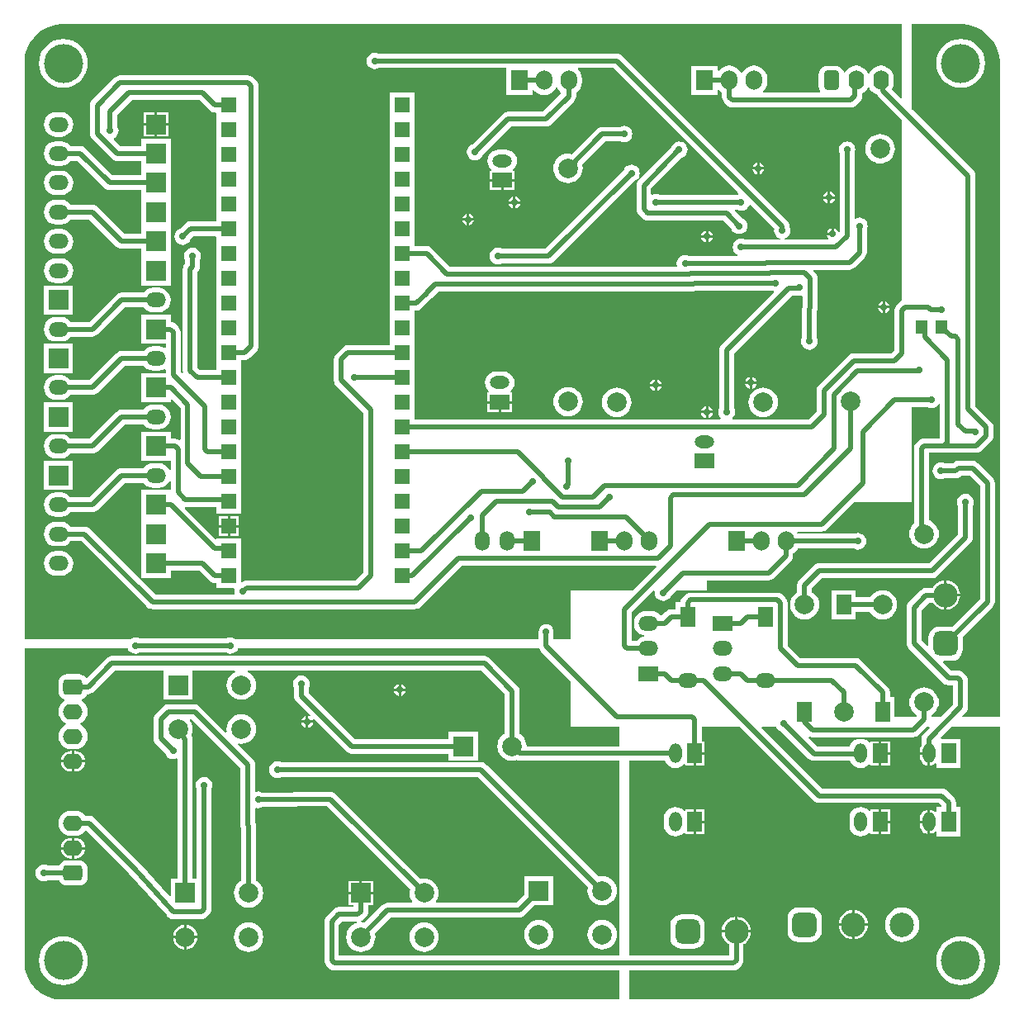
<source format=gbl>
%FSTAX23Y23*%
%MOIN*%
%SFA1B1*%

%IPPOS*%
%AMD70*
4,1,8,0.015700,0.039400,-0.015700,0.039400,-0.031500,0.023600,-0.031500,-0.023600,-0.015700,-0.039400,0.015700,-0.039400,0.031500,-0.023600,0.031500,0.023600,0.015700,0.039400,0.0*
1,1,0.031500,0.015700,0.023600*
1,1,0.031500,-0.015700,0.023600*
1,1,0.031500,-0.015700,-0.023600*
1,1,0.031500,0.015700,-0.023600*
%
%AMD72*
4,1,8,-0.039400,0.015700,-0.039400,-0.015700,-0.023600,-0.031500,0.023600,-0.031500,0.039400,-0.015700,0.039400,0.015700,0.023600,0.031500,-0.023600,0.031500,-0.039400,0.015700,0.0*
1,1,0.031500,-0.023600,0.015700*
1,1,0.031500,-0.023600,-0.015700*
1,1,0.031500,0.023600,-0.015700*
1,1,0.031500,0.023600,0.015700*
%
%AMD74*
4,1,8,-0.049200,0.024600,-0.049200,-0.024600,-0.024600,-0.049200,0.024600,-0.049200,0.049200,-0.024600,0.049200,0.024600,0.024600,0.049200,-0.024600,0.049200,-0.049200,0.024600,0.0*
1,1,0.049220,-0.024600,0.024600*
1,1,0.049220,-0.024600,-0.024600*
1,1,0.049220,0.024600,-0.024600*
1,1,0.049220,0.024600,0.024600*
%
%AMD77*
4,1,8,0.024600,0.049200,-0.024600,0.049200,-0.049200,0.024600,-0.049200,-0.024600,-0.024600,-0.049200,0.024600,-0.049200,0.049200,-0.024600,0.049200,0.024600,0.024600,0.049200,0.0*
1,1,0.049220,0.024600,0.024600*
1,1,0.049220,-0.024600,0.024600*
1,1,0.049220,-0.024600,-0.024600*
1,1,0.049220,0.024600,-0.024600*
%
%ADD11C,0.019680*%
%ADD37R,0.066930X0.078740*%
%ADD38R,0.078740X0.078740*%
%ADD39R,0.059060X0.078740*%
%ADD40O,0.066930X0.078740*%
%ADD41O,0.059060X0.078740*%
%ADD44O,0.078740X0.051180*%
%ADD45R,0.078740X0.059060*%
%ADD48O,0.078740X0.059060*%
%ADD49O,0.078740X0.059060*%
%ADD50R,0.078740X0.059060*%
%ADD51C,0.078740*%
%ADD52O,0.051180X0.078740*%
%ADD53R,0.059060X0.078740*%
%ADD62R,0.047240X0.057090*%
G04~CAMADD=70~8~0.0~0.0~629.9~787.4~157.5~0.0~15~0.0~0.0~0.0~0.0~0~0.0~0.0~0.0~0.0~0~0.0~0.0~0.0~0.0~629.9~787.4*
%ADD70D70*%
%ADD71O,0.062990X0.078740*%
G04~CAMADD=72~8~0.0~0.0~629.9~787.4~157.5~0.0~15~0.0~0.0~0.0~0.0~0~0.0~0.0~0.0~0.0~0~0.0~0.0~0.0~90.0~788.0~631.0*
%ADD72D72*%
%ADD73O,0.078740X0.062990*%
G04~CAMADD=74~8~0.0~0.0~984.3~984.3~246.1~0.0~15~0.0~0.0~0.0~0.0~0~0.0~0.0~0.0~0.0~0~0.0~0.0~0.0~90.0~984.0~984.0*
%ADD74D74*%
%ADD75C,0.098430*%
%ADD76C,0.157480*%
G04~CAMADD=77~8~0.0~0.0~984.3~984.3~246.1~0.0~15~0.0~0.0~0.0~0.0~0~0.0~0.0~0.0~0.0~0~0.0~0.0~0.0~0.0~984.3~984.3*
%ADD77D77*%
%ADD78C,0.027560*%
%ADD79R,0.059370X0.059370*%
%LNpcb_awg-1*%
%LPD*%
G36*
X03543Y03641D02*
X03538Y03639D01*
X03501Y03676*
X03502Y03676*
X03507Y03689*
X03509Y03702*
Y03718*
X03507Y03731*
X03502Y03744*
X03494Y03755*
X03483Y03763*
X03471Y03768*
X03457Y0377*
X03444Y03768*
X03432Y03763*
X03421Y03755*
X03413Y03744*
X0341Y03738*
X03405*
X03402Y03744*
X03394Y03755*
X03383Y03763*
X03371Y03768*
X03357Y0377*
X03344Y03768*
X03332Y03763*
X03321Y03755*
X03313Y03744*
X03312Y03743*
X03307Y03744*
X03304Y03752*
X03298Y03759*
X03291Y03765*
X03282Y03768*
X03273Y03769*
X03242*
X03232Y03768*
X03224Y03765*
X03216Y03759*
X03211Y03752*
X03207Y03743*
X03206Y03734*
Y03687*
X03207Y03677*
X03211Y03669*
X03213Y03666*
X0321Y03661*
X02985*
X02983Y03666*
X02983Y03666*
X02992Y03677*
X02997Y0369*
X02999Y03704*
Y03716*
X02997Y0373*
X02992Y03743*
X02983Y03754*
X02972Y03762*
X02959Y03768*
X02946Y0377*
X02932Y03768*
X02919Y03762*
X02908Y03754*
X02899Y03743*
X02898Y0374*
X02893*
X02892Y03743*
X02883Y03754*
X02872Y03762*
X02859Y03768*
X02846Y0377*
X02832Y03768*
X02819Y03762*
X02808Y03754*
X02804Y03749*
X02799Y03751*
Y03769*
X02692*
Y03651*
X02799*
Y0367*
X02804Y03671*
X02808Y03666*
X02816Y0366*
Y03643*
X02817Y03635*
X0282Y03628*
X02825Y03622*
X02836Y0361*
X02842Y03606*
X02849Y03603*
X02857Y03602*
X03336*
X03344Y03603*
X03351Y03606*
X03357Y0361*
X03372Y03626*
X03377Y03632*
X0338Y03639*
X03381Y03647*
Y03657*
X03383Y03658*
X03394Y03666*
X03402Y03676*
X03405Y03683*
X0341*
X03413Y03676*
X03421Y03666*
X03432Y03658*
X0344Y03654*
X03445Y03648*
X03543Y0355*
Y02822*
X03539Y02821*
X03533Y02816*
X03522Y02804*
X03517Y02798*
X03514Y02791*
X03513Y02783*
Y0262*
X03501Y02608*
X03347*
X03339Y02607*
X03332Y02604*
X03326Y02599*
X03207Y0248*
X03202Y02474*
X03199Y02467*
X03198Y02459*
Y02374*
X03166Y02342*
X02859*
X02857Y02347*
X02858Y02348*
X02863Y02355*
X02867Y02363*
X02868Y02372*
X02867Y0238*
X02864Y02387*
Y02608*
X03098Y02842*
X03117*
X03121Y02841*
X03129Y0284*
X03138Y02841*
X03139Y02841*
X03143Y02838*
Y02803*
X0314Y02796*
X03139Y02788*
Y02673*
X03136Y02666*
X03135Y02657*
X03136Y02648*
X0314Y0264*
X03145Y02633*
X03152Y02628*
X0316Y02624*
X03169Y02623*
X03178Y02624*
X03186Y02628*
X03193Y02633*
X03198Y0264*
X03201Y02648*
X03203Y02657*
X03201Y02666*
X03199Y02673*
Y02777*
X03202Y02784*
X03203Y02792*
Y0291*
X03202Y02918*
X03199Y02925*
X03194Y02931*
X03184Y02941*
X03186Y02946*
X0333*
X03337Y02947*
X03344Y0295*
X03351Y02954*
X03391Y02995*
X03396Y03001*
X03399Y03009*
X034Y03016*
Y03108*
X03403Y03115*
X03404Y03123*
X03403Y03132*
X034Y0314*
X03394Y03147*
X03387Y03153*
X03379Y03156*
X0337Y03157*
X03362Y03156*
X03355Y03153*
X0335Y03156*
Y03415*
X03353Y03422*
X03354Y03431*
X03353Y0344*
X0335Y03448*
X03344Y03455*
X03337Y0346*
X03329Y03463*
X0332Y03465*
X03312Y03463*
X03304Y0346*
X03297Y03455*
X03291Y03448*
X03288Y0344*
X03287Y03431*
X03288Y03422*
X03291Y03415*
Y03099*
X0329Y03098*
X03285Y03099*
X03279Y03107*
X03272Y03112*
X03267Y03113*
Y0309*
X03262*
Y03085*
X03239*
X0324Y03081*
X03245Y03073*
X03246Y03072*
X03245Y03067*
X0307*
X03069Y03072*
X03076Y03075*
X03083Y0308*
X03089Y03087*
X03092Y03096*
X03093Y03104*
X03092Y03113*
X03089Y0312*
Y03121*
X03088Y03128*
X03085Y03136*
X0308Y03142*
X0308*
X02412Y0381*
X02406Y03815*
X02398Y03818*
X02391Y03819*
X0143*
X01423Y03822*
X01414Y03823*
X01406Y03822*
X01398Y03819*
X01391Y03813*
X01385Y03806*
X01382Y03798*
X01381Y03789*
X01382Y03781*
X01385Y03772*
X01391Y03765*
X01398Y0376*
X01406Y03757*
X01414Y03756*
X01423Y03757*
X0143Y0376*
X01944*
Y03651*
X02051*
Y0367*
X02056Y03671*
X0206Y03666*
X02071Y03658*
X02084Y03652*
X02098Y03651*
X02111Y03652*
X02124Y03658*
X02135Y03666*
X02144Y03677*
X02145Y0368*
X0215*
X02151Y03677*
X0216Y03666*
X02165Y03662*
X02165Y03656*
X02093Y03584*
X01952*
X01945Y03583*
X01938Y0358*
X01931Y03575*
X01809Y03453*
X01803Y03451*
X01796Y03445*
X0179Y03438*
X01787Y0343*
X01786Y03421*
X01787Y03413*
X0179Y03404*
X01796Y03397*
X01803Y03392*
X01811Y03389*
X01819Y03388*
X01828Y03389*
X01836Y03392*
X01843Y03397*
X01849Y03404*
X01851Y03411*
X01965Y03525*
X02106*
X02113Y03526*
X0212Y03529*
X02127Y03533*
X02219Y03625*
X02223Y03631*
X02226Y03639*
X02227Y03646*
Y0366*
X02235Y03666*
X02244Y03677*
X02249Y0369*
X02251Y03704*
Y03716*
X02249Y0373*
X02244Y03743*
X02235Y03754*
X02234Y03755*
X02236Y0376*
X02378*
X02883Y03255*
X02882Y03249*
X02878Y03248*
X02564*
X02557Y03251*
X02549Y03252*
X0254Y03251*
X02534Y03248*
X02529Y03251*
Y03274*
X02653Y03398*
X0266Y03401*
X02667Y03406*
X02673Y03413*
X02676Y03422*
X02677Y0343*
X02676Y03439*
X02673Y03447*
X02667Y03454*
X0266Y0346*
X02652Y03463*
X02643Y03464*
X02635Y03463*
X02627Y0346*
X0262Y03454*
X02614Y03447*
X02611Y0344*
X02478Y03308*
X02474Y03301*
X02471Y03294*
X0247Y03286*
Y0319*
X02471Y03182*
X02474Y03175*
X02478Y03169*
X02494Y03154*
X025Y03149*
X02507Y03146*
X02515Y03145*
X02822*
X02854Y03113*
X02856Y03106*
X02862Y03099*
X02869Y03094*
X02877Y03091*
X02886Y0309*
X02894Y03091*
X02902Y03094*
X02909Y03099*
X02915Y03106*
X02918Y03115*
X02919Y03123*
X02918Y03132*
X02915Y0314*
X02909Y03147*
X02902Y03153*
X02896Y03155*
X02867Y03184*
X02869Y03188*
X02878*
X02884Y03185*
X02893Y03184*
X02902Y03185*
X0291Y03189*
X02917Y03194*
X02922Y03201*
X02925Y03206*
X0293Y03208*
X03027Y03111*
X03026Y03104*
X03027Y03096*
X0303Y03087*
X03036Y0308*
X03043Y03075*
X0305Y03072*
X03049Y03067*
X02908*
X02901Y0307*
X02892Y03071*
X02884Y0307*
X02876Y03067*
X02869Y03061*
X02863Y03054*
X0286Y03046*
X02859Y03037*
X0286Y03029*
X02863Y0302*
X02869Y03013*
X02876Y03008*
X02879Y03007*
X02878Y03002*
X02682*
X02676Y03005*
X02667Y03006*
X02658Y03005*
X0265Y03001*
X02643Y02996*
X02638Y02989*
X02634Y02981*
X02633Y02972*
X02634Y02963*
X02634Y02962*
X02631Y02958*
X01719*
X01645Y03032*
X01639Y03037*
X01632Y0304*
X01624Y03041*
X01578*
X01574Y03044*
Y0306*
Y03065*
Y03157*
Y0316*
Y03165*
Y03257*
Y0326*
Y03265*
Y03357*
Y0336*
Y03365*
Y03457*
Y0346*
Y03465*
Y03557*
Y0356*
Y03565*
Y0366*
X01476*
Y03565*
Y03562*
Y03557*
Y03465*
Y03462*
Y03457*
Y03365*
Y03362*
Y03357*
Y03265*
Y03262*
Y03257*
Y03165*
Y03162*
Y03157*
Y03065*
Y03062*
Y03057*
Y02965*
Y02962*
Y02957*
Y02865*
Y02862*
Y02857*
Y02765*
Y02762*
Y02757*
Y02665*
Y02662*
Y02657*
Y02641*
X01305*
X01302Y0264*
X01298Y0264*
X01291Y02637*
X01284Y02632*
X01258Y02606*
X01253Y02599*
X0125Y02592*
X01249Y02585*
Y025*
X0125Y02492*
X01253Y02485*
X01258Y02478*
X01367Y02369*
Y01724*
X01336Y01693*
X00897*
X0089Y01692*
X00882Y01689*
X00879Y01686*
X00874Y01689*
Y0176*
Y01762*
Y0186*
X00776*
X00771Y01858*
X00647Y01982*
X00649Y01987*
X0065Y01987*
X00776*
Y01962*
X00874*
Y0206*
Y02062*
Y0216*
Y02162*
Y02257*
Y0226*
Y02265*
Y02357*
Y0236*
Y02365*
Y02457*
Y0246*
Y02465*
Y02557*
Y0256*
Y02565*
Y02581*
X00888*
X00896Y02582*
X00903Y02585*
X0091Y0259*
X00936Y02616*
X00941Y02622*
X00944Y0263*
X00945Y02637*
Y03689*
X00944Y03696*
X00941Y03704*
X00936Y0371*
X00924Y03721*
X00918Y03726*
X00911Y03729*
X00903Y0373*
X00385*
X00378Y03729*
X0037Y03726*
X00364Y03721*
X00273Y0363*
X00269Y03624*
X00266Y03617*
X00265Y03609*
Y03496*
X00266Y03489*
X00269Y03481*
X00273Y03475*
X00355Y03394*
Y03394*
X00361Y03389*
X00368Y03386*
X00376Y03385*
X00472*
Y03356*
Y03327*
X00356*
X00247Y03436*
X00241Y03441*
X00234Y03444*
X00226Y03445*
X00186*
X00182Y0345*
X00172Y03458*
X0016Y03463*
X00147Y03464*
X00127*
X00115Y03463*
X00103Y03458*
X00092Y0345*
X00084Y0344*
X0008Y03428*
X00078Y03415*
X0008Y03402*
X00084Y0339*
X00092Y0338*
X00103Y03372*
X00115Y03367*
X00127Y03365*
X00147*
X0016Y03367*
X00172Y03372*
X00182Y0338*
X00186Y03385*
X00214*
X00323Y03276*
X00329Y03271*
X00336Y03268*
X00344Y03267*
X00472*
Y03238*
Y03125*
Y0312*
Y03115*
Y0309*
X00405*
X00295Y032*
X00289Y03204*
X00282Y03207*
X00274Y03208*
X00186*
X00182Y03214*
X00172Y03222*
X0016Y03227*
X00147Y03228*
X00127*
X00115Y03227*
X00103Y03222*
X00092Y03214*
X00084Y03203*
X0008Y03191*
X00078Y03179*
X0008Y03166*
X00084Y03154*
X00092Y03144*
X00103Y03136*
X00115Y03131*
X00127Y03129*
X00147*
X0016Y03131*
X00172Y03136*
X00182Y03144*
X00186Y03149*
X00262*
X00371Y03039*
X00378Y03035*
X00385Y03032*
X00393Y03031*
X00472*
Y03001*
Y02883*
X0059*
Y03001*
Y03115*
Y0312*
Y03125*
Y03238*
Y03356*
Y03474*
X00472*
Y03445*
X00388*
X0036Y03472*
X00361Y03477*
X00363Y03478*
X0037Y03483*
X00376Y0349*
X00379Y03499*
X0038Y03507*
X00379Y03516*
X00376Y03523*
Y03572*
X00435Y03631*
X00706*
X00747Y0359*
X00747*
X00753Y03585*
X0076Y03582*
X00768Y03581*
X00768*
X00772*
X00776Y03578*
Y03562*
Y03557*
Y03465*
Y03462*
Y03457*
Y03365*
Y03362*
Y03357*
Y03265*
Y03262*
Y03257*
Y03165*
Y03162*
Y03157*
Y03141*
X0067*
X00662Y0314*
X00655Y03137*
X00649Y03132*
Y03132*
X00629Y03112*
X00622Y03109*
X00615Y03104*
X0061Y03097*
X00607Y03089*
X00606Y0308*
X00607Y03071*
X0061Y03063*
X00615Y03056*
X00622Y03051*
X00631Y03048*
X00639Y03046*
X00648Y03048*
X00656Y03051*
X00663Y03056*
X00669Y03063*
X00671Y0307*
X00682Y03081*
X00772*
X00776Y03078*
Y03062*
Y03057*
Y02965*
Y02962*
Y02957*
Y02865*
Y02862*
Y02857*
Y02765*
Y02762*
Y02757*
Y02665*
Y02662*
Y02657*
Y02565*
Y02562*
Y02557*
Y02541*
X00709*
X00699Y02551*
Y02936*
X00699Y02937*
X00704Y02943*
X00707Y0295*
X00708Y02954*
X00708Y02958*
Y02986*
X00711Y02993*
X00712Y03002*
X00711Y0301*
X00708Y03019*
X00702Y03026*
X00695Y03031*
X00687Y03034*
X00678Y03035*
X0067Y03034*
X00662Y03031*
X00655Y03026*
X00649Y03019*
X00646Y0301*
X00645Y03002*
X00646Y02993*
X00649Y02986*
Y02971*
X00648Y0297*
X00643Y02963*
X0064Y02956*
X00639Y02949*
Y02539*
X0064Y02531*
X0064Y02531*
X00636Y02528*
X0063Y02534*
Y02695*
X00629Y02702*
X00626Y0271*
X00621Y02716*
X0061Y02727*
X00604Y02732*
X00597Y02735*
X0059Y02736*
Y02765*
X00472*
Y02647*
X00571*
Y02633*
X00566Y02631*
X00566Y02631*
X00554Y02636*
X00541Y02638*
X00521*
X00508Y02636*
X00496Y02631*
X00486Y02623*
X00482Y02618*
X00393*
X00393*
X00385Y02617*
X00378Y02614*
X00371Y02609*
X00262Y025*
X00186*
X00182Y02505*
X00172Y02513*
X0016Y02518*
X00147Y0252*
X00127*
X00115Y02518*
X00103Y02513*
X00092Y02505*
X00084Y02495*
X0008Y02483*
X00078Y0247*
X0008Y02457*
X00084Y02445*
X00092Y02435*
X00103Y02427*
X00115Y02422*
X00127Y0242*
X00147*
X0016Y02422*
X00172Y02427*
X00182Y02435*
X00186Y0244*
X00274*
X00282Y02441*
X00289Y02444*
X00295Y02449*
X00405Y02558*
X00482*
X00486Y02553*
X00496Y02545*
X00508Y0254*
X00521Y02538*
X00541*
X00554Y0254*
X00566Y02545*
X00566Y02545*
X00571Y02543*
Y02529*
X00472*
Y02411*
X0059*
Y02421*
X00595Y02423*
X0063Y02388*
Y02261*
X00625Y02258*
X00623Y0226*
X00616Y02263*
X00608Y02264*
X0059*
Y02293*
X00472*
Y02175*
X0059*
Y02139*
X00585Y02138*
X00584Y0214*
X00576Y02151*
X00566Y02159*
X00554Y02164*
X00541Y02165*
X00521*
X00508Y02164*
X00496Y02159*
X00486Y02151*
X00482Y02145*
X00393*
X00393*
X00385Y02144*
X00378Y02141*
X00371Y02137*
X00262Y02027*
X00186*
X00182Y02033*
X00172Y02041*
X0016Y02045*
X00147Y02047*
X00127*
X00115Y02045*
X00103Y02041*
X00092Y02033*
X00084Y02022*
X0008Y0201*
X00078Y01998*
X0008Y01985*
X00084Y01973*
X00092Y01962*
X00103Y01955*
X00115Y0195*
X00127Y01948*
X00147*
X0016Y0195*
X00172Y01955*
X00182Y01962*
X00186Y01968*
X00274*
X00282Y01969*
X00289Y01972*
X00295Y01976*
X00405Y02086*
X00482*
X00486Y02081*
X00496Y02073*
X00508Y02068*
X00521Y02066*
X00541*
X00554Y02068*
X00566Y02073*
X00576Y02081*
X00584Y02091*
X00585Y02093*
X0059Y02092*
Y02057*
X00472*
Y01938*
Y0182*
Y01702*
X0059*
Y01732*
X00706*
X00747Y0169*
X00754Y01685*
X00761Y01682*
X00768Y01681*
X00776*
Y01662*
X00846*
X00847Y01659*
X00848Y01657*
X00847Y01649*
X00848Y0164*
X00848Y01639*
X00845Y01635*
X0053*
X00264Y019*
X00258Y01905*
X00251Y01908*
X00243Y01909*
X00186*
X00182Y01915*
X00172Y01922*
X0016Y01927*
X00147Y01929*
X00127*
X00115Y01927*
X00103Y01922*
X00092Y01915*
X00084Y01904*
X0008Y01892*
X00078Y01879*
X0008Y01867*
X00084Y01855*
X00092Y01844*
X00103Y01836*
X00115Y01831*
X00127Y0183*
X00147*
X0016Y01831*
X00172Y01836*
X00182Y01844*
X00186Y0185*
X00231*
X00496Y01584*
X00503Y01579*
X0051Y01577*
X00517Y01575*
X01576*
X01583Y01577*
X01591Y01579*
X01597Y01584*
X01764Y01751*
X02421*
X02549*
X02551Y01747*
X02457Y01653*
X02204*
Y01456*
X02136*
Y01486*
X02135Y01493*
X02132Y01501*
X02127Y01507*
X02121Y01512*
X02114Y01514*
X02106Y01516*
X02098Y01514*
X02091Y01512*
X02085Y01507*
X0208Y01501*
X02077Y01493*
X02076Y01486*
Y01456*
X00851*
X00848Y01459*
X00839Y01462*
X00831Y01463*
X00822Y01462*
X00815Y01459*
X00464*
X00457Y01462*
X00448Y01463*
X0044Y01462*
X00432Y01459*
X00428Y01456*
X0*
Y03779*
Y03789*
X00002Y0381*
X00008Y0383*
X00015Y03849*
X00026Y03867*
X00038Y03883*
X00053Y03898*
X00069Y0391*
X00087Y03921*
X00106Y03928*
X00126Y03934*
X00147Y03937*
X00157*
X03543*
Y03641*
G37*
G36*
X03022Y0286D02*
X03025Y0286D01*
X03026Y02855*
X02813Y02641*
X02808Y02635*
X02805Y02628*
X02804Y0262*
Y02387*
X02802Y0238*
X028Y02372*
X02802Y02363*
X02805Y02355*
X0281Y02348*
X02811Y02347*
X02809Y02342*
X01578*
X01574Y02346*
Y0236*
Y02365*
Y02457*
Y0246*
Y02465*
Y0256*
Y02562*
Y02657*
Y0266*
Y02665*
Y02757*
Y0276*
Y02765*
Y02781*
X01582*
X01589Y02782*
X01597Y02785*
X01603Y0279*
X01645Y02832*
X01648Y02836*
X01671Y02859*
X02701*
X02709Y02861*
X02715Y02863*
X03015*
X03022Y0286*
G37*
G36*
X0381Y03934D02*
X0383Y03928D01*
X03849Y03921*
X03867Y0391*
X03883Y03898*
X03898Y03883*
X0391Y03867*
X03921Y03849*
X03928Y0383*
X03934Y0381*
X03937Y03789*
Y03779*
Y01141*
X03788*
X03786Y01146*
X038Y0116*
X03805Y01166*
X03808Y01173*
X03809Y01181*
Y01287*
X03808Y01295*
X03805Y01302*
X038Y01308*
X03789Y0132*
X03782Y01325*
X03775Y01327*
X03768Y01328*
X03742*
X03708Y01363*
X0371Y01367*
X03743*
X03754Y01369*
X03765Y01373*
X03774Y0138*
X03781Y0139*
X03786Y014*
X03787Y01412*
Y01461*
X03787Y01463*
X03908Y01585*
X03913Y01591*
X03916Y01598*
X03917Y01606*
Y02086*
X03916Y02094*
X03913Y02101*
X03908Y02107*
X03849Y02166*
X03843Y02171*
X03836Y02174*
X03828Y02175*
X0377*
X03762Y02174*
X03755Y02171*
X03749Y02166*
X03747Y02164*
X03715*
X03708Y02167*
X03699Y02168*
X03691Y02167*
X03682Y02164*
X03675Y02158*
X0367Y02151*
X03667Y02143*
X03665Y02134*
X03667Y02126*
X0367Y02118*
X03675Y02111*
X03682Y02105*
X03691Y02102*
X03699Y02101*
X03708Y02102*
X03715Y02105*
X03759*
X03767Y02106*
X03774Y02109*
X0378Y02113*
X03783Y02115*
X03816*
X03858Y02074*
Y01618*
X03745Y01505*
X03743Y01506*
X03693*
X03682Y01504*
X03671Y015*
X03662Y01493*
X03655Y01483*
X0365Y01473*
X03649Y01461*
Y01429*
X03644Y01427*
X0362Y01451*
Y0157*
X03652Y01602*
X03668*
X03669Y016*
X03676Y01591*
X03685Y01584*
X03695Y01578*
X03706Y01575*
X03713Y01574*
Y01633*
Y01692*
X03706Y01692*
X03695Y01688*
X03685Y01683*
X03676Y01675*
X03669Y01666*
X03666Y01661*
X03639*
X03632Y0166*
X03624Y01657*
X03618Y01652*
X03569Y01604*
X03565Y01597*
X03562Y0159*
X03561Y01582*
Y01438*
X03562Y01431*
X03565Y01424*
X03569Y01417*
X03709Y01278*
X03715Y01273*
X03722Y0127*
X0373Y01269*
X03749*
Y01193*
X03698Y01141*
X03661*
Y01149*
X03664Y01151*
X03673Y01158*
X03681Y01167*
X03686Y01178*
X0369Y01189*
X03691Y012*
X0369Y01212*
X03686Y01223*
X03681Y01233*
X03673Y01242*
X03664Y0125*
X03654Y01255*
X03643Y01258*
X03631Y0126*
X0362Y01258*
X03609Y01255*
X03598Y0125*
X03589Y01242*
X03582Y01233*
X03577Y01223*
X03573Y01212*
X03572Y012*
X03573Y01189*
X03577Y01178*
X03582Y01167*
X03589Y01158*
X03598Y01151*
X03602Y01149*
Y01144*
X03599Y01141*
X03513*
Y0122*
X03494*
Y0124*
X03493Y01247*
X0349Y01255*
X03485Y01261*
X03377Y01369*
X03371Y01374*
X03364Y01377*
X03356Y01378*
X03132*
X0308Y01429*
Y01602*
X03079Y0161*
X03076Y01617*
X03072Y01623*
X0306Y01635*
X03054Y01639*
X03047Y01642*
X03039Y01643*
X02688*
X0268Y01642*
X02673Y01639*
X02667Y01635*
X02656Y01623*
X02651Y01617*
X02648Y0161*
X02647Y01604*
X02627*
Y01575*
X0261*
X02602Y01574*
X02595Y01571*
X02589Y01566*
Y01566*
X02573Y0155*
X02567Y0155*
X02564Y01554*
X02554Y01562*
X02542Y01567*
X02529Y01569*
X02509*
X02497Y01567*
X02485Y01562*
X02474Y01554*
X02466Y01544*
X02461Y01532*
X0246Y01519*
X02461Y01506*
X02466Y01494*
X02474Y01484*
X02485Y01476*
X02497Y01471*
X02502Y01471*
Y01465*
X02497Y01465*
X02485Y0146*
X02474Y01452*
X0247Y01447*
X02451*
Y01562*
X02539Y0165*
X02544Y01649*
X02545Y01648*
X02544Y01643*
X02546Y01634*
X02549Y01626*
X02554Y01619*
X02561Y01614*
X0257Y01611*
X02578Y01609*
X02587Y01611*
X02595Y01614*
X02602Y01619*
X02607Y01626*
X0261Y01633*
X0263Y01653*
X02755*
Y01693*
X03005*
X03013Y01694*
X0302Y01697*
X03026Y01701*
X03095Y01769*
X03099Y01776*
X03102Y01783*
X03103Y01787*
X03103Y0179*
Y018*
X03111Y01806*
X0312Y01817*
X03121Y0182*
X03349*
X03356Y01817*
X03364Y01816*
X03373Y01817*
X03381Y01821*
X03388Y01826*
X03393Y01833*
X03397Y01841*
X03398Y0185*
X03397Y01859*
X03393Y01867*
X03388Y01874*
X03381Y01879*
X03373Y01883*
X03364Y01884*
X03356Y01883*
X03349Y0188*
X03121*
X0312Y01883*
X03118Y01885*
X03121Y01889*
X03218*
X03226Y0189*
X03233Y01893*
X03239Y01898*
X03349Y02007*
X03582*
Y02391*
X03645*
X03652Y02388*
X03661Y02387*
X0367Y02388*
X03678Y02392*
X03685Y02397*
X0369Y02404*
X03691Y02405*
X03696Y02404*
Y02266*
X03633*
X03625Y02265*
X03618Y02262*
X03612Y02257*
X036Y02246*
X03596Y0224*
X03593Y02233*
X03592Y02225*
Y01923*
X03589Y01921*
X03582Y01912*
X03577Y01902*
X03573Y01891*
X03572Y01879*
X03573Y01868*
X03577Y01857*
X03582Y01846*
X03589Y01837*
X03598Y0183*
X03609Y01825*
X0362Y01821*
X03631Y0182*
X03643Y01821*
X03654Y01825*
X03664Y0183*
X03673Y01837*
X03681Y01846*
X03686Y01857*
X0369Y01868*
X03691Y01879*
X0369Y01891*
X03686Y01902*
X03681Y01912*
X03673Y01921*
X03664Y01929*
X03654Y01934*
X03651Y01935*
Y02207*
X03843*
X03851Y02208*
X03858Y02211*
X03864Y02215*
X03902Y02254*
X03907Y0226*
X0391Y02267*
X03911Y02275*
Y02311*
X0391Y02318*
X03907Y02326*
X03902Y02332*
X03838Y02396*
Y03326*
X03837Y03334*
X03834Y03341*
X0383Y03347*
X03582Y03595*
Y03937*
X03789*
X0381Y03934*
G37*
G36*
X0208Y01412D02*
X02085Y01406D01*
X02204Y01286*
Y01102*
X02401*
Y01023*
X02027*
X02026Y01035*
X02023Y01046*
X02017Y01056*
X0201Y01065*
X02001Y01072*
X01998Y01074*
Y01246*
X01997Y01254*
X01994Y01261*
X01989Y01267*
X01878Y01378*
X01872Y01383*
X01865Y01386*
X01857Y01387*
X00353*
X00346Y01386*
X00339Y01383*
X00332Y01378*
X00253Y01299*
X00248Y013*
X00245Y01304*
X00238Y01309*
X00229Y01313*
X0022Y01314*
X00173*
X00163Y01313*
X00155Y01309*
X00147Y01304*
X00142Y01296*
X00138Y01287*
X00137Y01278*
Y01247*
X00138Y01238*
X00142Y01229*
X00147Y01221*
X00155Y01216*
X00163Y01213*
X00164Y01208*
X00163Y01207*
X00152Y01199*
X00144Y01188*
X00139Y01176*
X00137Y01162*
X00139Y01149*
X00144Y01137*
X00152Y01126*
X00163Y01118*
X00169Y01115*
Y0111*
X00163Y01107*
X00152Y01099*
X00144Y01088*
X00139Y01076*
X00137Y01062*
X00139Y01049*
X00144Y01037*
X00152Y01026*
X00163Y01018*
X00175Y01013*
X00188Y01011*
X00204*
X00218Y01013*
X0023Y01018*
X00241Y01026*
X00249Y01037*
X00254Y01049*
X00256Y01062*
X00254Y01076*
X00249Y01088*
X00241Y01099*
X0023Y01107*
X00224Y0111*
Y01115*
X0023Y01118*
X00241Y01126*
X00249Y01137*
X00254Y01149*
X00256Y01162*
X00254Y01176*
X00249Y01188*
X00241Y01199*
X0023Y01207*
X00229Y01208*
X0023Y01213*
X00238Y01216*
X00245Y01221*
X00251Y01229*
X00253Y01233*
X00259*
X00266Y01234*
X00273Y01237*
X0028Y01241*
X00366Y01328*
X00561*
Y0121*
X00679*
Y01328*
X00849*
X0085Y01323*
X00843Y01319*
X00834Y01311*
X00826Y01302*
X00821Y01292*
X00817Y01281*
X00816Y01269*
X00817Y01258*
X00821Y01246*
X00826Y01236*
X00834Y01227*
X00843Y0122*
X00853Y01214*
X00864Y01211*
X00875Y0121*
X00887Y01211*
X00898Y01214*
X00908Y0122*
X00917Y01227*
X00925Y01236*
X0093Y01246*
X00934Y01258*
X00935Y01269*
X00934Y01281*
X0093Y01292*
X00925Y01302*
X00917Y01311*
X00908Y01319*
X00901Y01323*
X00902Y01328*
X01845*
X01938Y01234*
Y01074*
X01935Y01072*
X01926Y01065*
X01919Y01056*
X01913Y01046*
X0191Y01035*
X01909Y01023*
X0191Y01012*
X01913Y01*
X01919Y0099*
X01926Y00981*
X01935Y00974*
X01945Y00968*
X01956Y00965*
X01968Y00964*
X0198Y00965*
X01985Y00967*
X0199Y00965*
X01998Y00964*
X02401*
Y00177*
X01269*
Y00302*
X01282Y00314*
X01341*
X01341Y00309*
X01335Y00307*
X01325Y00302*
X01316Y00294*
X01308Y00285*
X01303Y00275*
X013Y00264*
X01298Y00252*
X013Y00241*
X01303Y0023*
X01308Y00219*
X01316Y0021*
X01325Y00203*
X01335Y00198*
X01346Y00194*
X01358Y00193*
X01369Y00194*
X0138Y00198*
X01391Y00203*
X014Y0021*
X01407Y00219*
X01413Y0023*
X01416Y00241*
X01417Y00252*
X01416Y00264*
X01415Y00267*
X01478Y0033*
X01997*
X02005Y00331*
X02012Y00334*
X02018Y00339*
X02059Y0038*
X02135*
Y00499*
X02017*
Y00423*
X01985Y0039*
X01663*
X01661Y00394*
X01663Y00397*
X01669Y00407*
X01672Y00418*
X01673Y0043*
X01672Y00441*
X01669Y00452*
X01663Y00463*
X01656Y00472*
X01647Y00479*
X01636Y00484*
X01625Y00488*
X01614Y00489*
X01602Y00488*
X01599Y00487*
X01255Y0083*
X01249Y00835*
X01242Y00838*
X01234Y00839*
X01092*
X01084Y00838*
X0108Y00836*
X0096*
X00953Y00839*
X00944Y0084*
X00936Y00839*
X00935Y00839*
X00931Y00842*
Y00949*
X0093Y00956*
X00927Y00964*
X00922Y0097*
X00863Y01029*
X00865Y01034*
X00875Y01033*
X00887Y01034*
X00898Y01037*
X00908Y01043*
X00917Y0105*
X00925Y01059*
X0093Y01069*
X00934Y0108*
X00935Y01092*
X00934Y01104*
X0093Y01115*
X00925Y01125*
X00917Y01134*
X00908Y01141*
X00898Y01147*
X00887Y0115*
X00875Y01151*
X00864Y0115*
X00853Y01147*
X00843Y01141*
X00834Y01134*
X00826Y01125*
X00821Y01115*
X00817Y01104*
X00816Y01092*
X00817Y01082*
X00813Y01079*
X00709Y01182*
X00703Y01187*
X00696Y0119*
X00688Y01191*
X0058*
X00573Y0119*
X00566Y01187*
X00559Y01182*
X00529Y01152*
X00525Y01146*
X00522Y01139*
X00521Y01131*
Y01054*
X00522Y01046*
X00525Y01039*
X00529Y01033*
X00568Y00994*
X00571Y00988*
X00576Y00981*
X00583Y00975*
X00591Y00972*
X006Y00971*
X00609Y00972*
X00614Y00974*
X00619Y00971*
Y00489*
X0059*
Y00419*
X00585Y00417*
X00467Y00549*
X00467Y00549*
X00466Y00549*
X00466Y0055*
X00465Y0055*
X00465Y00551*
X00283Y00732*
X00277Y00737*
X0027Y0074*
X00262Y00741*
X00246*
X00241Y00748*
X0023Y00756*
X00218Y00761*
X00204Y00763*
X00188*
X00175Y00761*
X00163Y00756*
X00152Y00748*
X00144Y00737*
X00139Y00725*
X00137Y00711*
X00139Y00698*
X00144Y00686*
X00152Y00675*
X00163Y00667*
X00175Y00661*
X00188Y0066*
X00204*
X00218Y00661*
X0023Y00667*
X00241Y00675*
X00245Y00681*
X0025Y00681*
X00423Y00509*
X00423Y00508*
X00574Y0034*
X00575Y0034*
X00575Y00339*
X00582Y00333*
X00588Y00328*
X00593Y00326*
X00595Y00325*
X00603Y00324*
X00611*
X00714*
X00722Y00325*
X00729Y00328*
X00735Y00333*
X00746Y00344*
X00751Y0035*
X00754Y00358*
X00755Y00365*
Y0085*
X00758Y00857*
X00759Y00865*
X00758Y00874*
X00755Y00882*
X00749Y00889*
X00742Y00895*
X00734Y00898*
X00725Y00899*
X00717Y00898*
X00709Y00895*
X00702Y00889*
X00696Y00882*
X00693Y00874*
X00692Y00865*
X00693Y00857*
X00696Y0085*
Y00489*
X00679*
Y01051*
X00678Y01059*
X00675Y01066*
X00674Y01068*
X00674Y01069*
X00678Y0108*
X00679Y01092*
X00678Y01104*
X00674Y01115*
X00669Y01125*
X00667Y01127*
X00669Y01132*
X00676*
X00871Y00936*
Y00705*
X00872Y00697*
X00875Y0069*
Y00481*
X00872Y00479*
X00863Y00472*
X00856Y00463*
X0085Y00452*
X00847Y00441*
X00846Y0043*
X00847Y00418*
X0085Y00407*
X00856Y00397*
X00863Y00388*
X00872Y0038*
X00882Y00375*
X00893Y00371*
X00905Y0037*
X00917Y00371*
X00928Y00375*
X00938Y0038*
X00947Y00388*
X00954Y00397*
X0096Y00407*
X00963Y00418*
X00964Y0043*
X00963Y00441*
X0096Y00452*
X00954Y00463*
X00947Y00472*
X00938Y00479*
X00935Y00481*
Y00701*
X00934Y00709*
X00931Y00716*
Y00771*
X00935Y00774*
X00936Y00774*
X00944Y00773*
X00953Y00774*
X0096Y00777*
X01089*
X01097Y00778*
X01101Y0078*
X01222*
X01557Y00445*
X01555Y00441*
X01554Y0043*
X01555Y00418*
X01559Y00407*
X01564Y00397*
X01566Y00394*
X01564Y0039*
X01465*
X01458Y00389*
X01451Y00386*
X01444Y00381*
X01373Y0031*
X01369Y00311*
X01363Y00311*
X01359Y00317*
X0136Y00318*
X01361Y00318*
X01367Y00323*
X01379Y00334*
X01384Y00341*
X01387Y00348*
X01388Y00356*
Y0038*
X01407*
Y00425*
X01308*
Y0038*
X01328*
Y00374*
X01269*
X01261Y00373*
X01254Y0037*
X01248Y00365*
X01219Y00336*
X01214Y00329*
X01211Y00322*
X0121Y00314*
Y00159*
X01211Y00151*
X01214Y00144*
X01219Y00138*
X0123Y00126*
X01236Y00121*
X01243Y00118*
X01251Y00117*
X02401*
Y0*
X00147*
X00126Y00002*
X00106Y00008*
X00087Y00015*
X00069Y00026*
X00053Y00038*
X00038Y00053*
X00026Y00069*
X00015Y00087*
X00008Y00106*
X00002Y00126*
X0Y00147*
Y00157*
Y01417*
X00417*
X00419Y01412*
X00425Y01405*
X00432Y014*
X0044Y01397*
X00448Y01396*
X00457Y01397*
X00464Y014*
X00815*
X00822Y01397*
X00831Y01396*
X00839Y01397*
X00848Y014*
X00855Y01405*
X0086Y01412*
X00862Y01417*
X02078*
X0208Y01412*
G37*
G36*
X03937Y00157D02*
Y00147D01*
X03934Y00126*
X03928Y00106*
X03921Y00087*
X0391Y00069*
X03898Y00053*
X03883Y00038*
X03867Y00026*
X03849Y00015*
X0383Y00008*
X0381Y00002*
X03789Y0*
X03779*
X0244*
Y00117*
X02862*
X0287Y00118*
X02877Y00121*
X02883Y00126*
X02895Y00138*
X02899Y00144*
X02902Y00151*
X02903Y00159*
Y00224*
X02907Y00226*
X02916Y00233*
X02923Y00242*
X02928Y00252*
X02932Y00263*
X02933Y0027*
X02815*
X02815Y00263*
X02819Y00252*
X02824Y00242*
X02831Y00233*
X0284Y00226*
X02844Y00224*
Y00177*
X0244*
Y00964*
X02585*
X02588Y00957*
X02595Y00948*
X02605Y0094*
X02616Y00936*
X02627Y00934*
X02639Y00936*
X0265Y0094*
X0266Y00948*
X02662Y0095*
X02667Y00949*
Y00944*
X02701*
Y00994*
X02706*
Y00999*
X02746*
Y01043*
X02736*
Y01102*
X02888*
X03187Y00802*
X03193Y00798*
X032Y00795*
X03208Y00794*
X0369*
X037Y00784*
Y00777*
X03681*
Y00759*
X03676Y00758*
X03669Y00763*
X0366Y00766*
X03656Y00767*
Y00718*
Y00669*
X0366Y0067*
X03669Y00673*
X03676Y00678*
X03681Y00677*
Y00659*
X03779*
Y00777*
X0376*
Y00796*
X03759Y00804*
X03756Y00811*
X03751Y00817*
X03724Y00844*
X03718Y00849*
X03711Y00852*
X03703Y00853*
X0322*
X02976Y01097*
X02978Y01102*
X03035*
X03036Y01098*
X03042Y01091*
X03049Y01086*
X03055Y01083*
X03166Y00972*
X03173Y00968*
X0318Y00965*
X03187Y00964*
X03333*
X03336Y00957*
X03343Y00948*
X03353Y0094*
X03364Y00936*
X03375Y00934*
X03387Y00936*
X03398Y0094*
X03408Y00948*
X0341Y0095*
X03415Y00949*
Y00944*
X03449*
Y00994*
Y01043*
X03415*
Y01038*
X0341Y01037*
X03408Y0104*
X03398Y01047*
X03387Y01051*
X03375Y01053*
X03364Y01051*
X03353Y01047*
X03343Y0104*
X03336Y0103*
X03333Y01023*
X032*
X03166Y01057*
X03169Y01061*
X03173Y0106*
X03177Y01059*
X0318Y01059*
X03588*
X03596Y0106*
X03603Y01063*
X03609Y01067*
X03644Y01102*
X03652*
X03654Y01097*
X0363Y01074*
X03625Y01068*
X03622Y0106*
X03621Y01053*
Y01027*
X0362Y01025*
X03616Y01017*
X03615Y01007*
Y00999*
X03651*
Y00994*
X03656*
Y00945*
X0366Y00945*
X03669Y00949*
X03676Y00954*
X03681Y00952*
Y00935*
X03779*
Y01053*
X037*
X03698Y01057*
X03742Y01102*
X03937*
Y00157*
G37*
%LNpcb_awg-2*%
%LPC*%
G36*
X00157Y03878D02*
X00138Y03876D01*
X00119Y0387*
X00102Y03861*
X00087Y03849*
X00075Y03834*
X00066Y03817*
X0006Y03798*
X00058Y03779*
X0006Y0376*
X00066Y03741*
X00075Y03724*
X00087Y03709*
X00102Y03697*
X00119Y03688*
X00138Y03682*
X00157Y0368*
X00176Y03682*
X00195Y03688*
X00212Y03697*
X00227Y03709*
X00239Y03724*
X00248Y03741*
X00254Y0376*
X00256Y03779*
X00254Y03798*
X00248Y03817*
X00239Y03834*
X00227Y03849*
X00212Y03861*
X00195Y0387*
X00176Y03876*
X00157Y03878*
G37*
G36*
X0058Y03582D02*
X00536D01*
Y03538*
X0058*
Y03582*
G37*
G36*
X00526D02*
X00482D01*
Y03538*
X00526*
Y03582*
G37*
G36*
X02421Y03527D02*
X02412Y03526D01*
X02405Y03523*
X02332*
X02328Y03523*
X02324Y03522*
X02317Y03519*
X02311Y03515*
X02209Y03413*
X02206Y03414*
X02194Y03415*
X02183Y03414*
X02172Y03411*
X02161Y03405*
X02152Y03398*
X02145Y03389*
X0214Y03379*
X02136Y03367*
X02135Y03356*
X02136Y03344*
X0214Y03333*
X02145Y03323*
X02152Y03314*
X02161Y03306*
X02172Y03301*
X02183Y03298*
X02194Y03296*
X02206Y03298*
X02217Y03301*
X02227Y03306*
X02236Y03314*
X02244Y03323*
X02249Y03333*
X02253Y03344*
X02254Y03356*
X02253Y03367*
X02252Y03371*
X02345Y03464*
X02405*
X02412Y03461*
X02421Y0346*
X0243Y03461*
X02438Y03464*
X02445Y0347*
X0245Y03477*
X02453Y03485*
X02455Y03494*
X02453Y03502*
X0245Y0351*
X02445Y03517*
X02438Y03523*
X0243Y03526*
X02421Y03527*
G37*
G36*
X0058Y03528D02*
X00536D01*
Y03484*
X0058*
Y03528*
G37*
G36*
X00526D02*
X00482D01*
Y03484*
X00526*
Y03528*
G37*
G36*
X00147Y03583D02*
X00127D01*
X00115Y03581*
X00103Y03576*
X00092Y03568*
X00084Y03558*
X0008Y03546*
X00078Y03533*
X0008Y0352*
X00084Y03508*
X00092Y03498*
X00103Y0349*
X00115Y03485*
X00127Y03483*
X00147*
X0016Y03485*
X00172Y0349*
X00182Y03498*
X0019Y03508*
X00195Y0352*
X00197Y03533*
X00195Y03546*
X0019Y03558*
X00182Y03568*
X00172Y03576*
X0016Y03581*
X00147Y03583*
G37*
G36*
X03454Y03494D02*
X03443Y03493D01*
X03432Y03489*
X03421Y03484*
X03412Y03477*
X03405Y03468*
X03399Y03457*
X03396Y03446*
X03395Y03435*
X03396Y03423*
X03399Y03412*
X03405Y03402*
X03412Y03393*
X03421Y03385*
X03432Y0338*
X03443Y03376*
X03454Y03375*
X03466Y03376*
X03477Y0338*
X03487Y03385*
X03496Y03393*
X03504Y03402*
X03509Y03412*
X03512Y03423*
X03514Y03435*
X03512Y03446*
X03509Y03457*
X03504Y03468*
X03496Y03477*
X03487Y03484*
X03477Y03489*
X03466Y03493*
X03454Y03494*
G37*
G36*
X02967Y03379D02*
Y03361D01*
X02985*
X02985Y03365*
X02979Y03373*
X02971Y03378*
X02967Y03379*
G37*
G36*
X02957D02*
X02953Y03378D01*
X02945Y03373*
X0294Y03365*
X02939Y03361*
X02957*
Y03379*
G37*
G36*
X02985Y03351D02*
X02967D01*
Y03333*
X02971Y03333*
X02979Y03339*
X02985Y03347*
X02985Y03351*
G37*
G36*
X02957D02*
X02939D01*
X0294Y03347*
X02945Y03339*
X02953Y03333*
X02957Y03333*
Y03351*
G37*
G36*
X01942Y03431D02*
X01915D01*
X01903Y03429*
X01892Y03425*
X01883Y03418*
X01875Y03408*
X01871Y03397*
X01869Y03385*
X01871Y03374*
X01875Y03362*
X01883Y03353*
X01885Y03351*
X01884Y03346*
X01879*
Y03312*
X01929*
X01978*
Y03346*
X01973*
X01972Y03351*
X01975Y03353*
X01982Y03362*
X01987Y03374*
X01988Y03385*
X01987Y03397*
X01982Y03408*
X01975Y03418*
X01965Y03425*
X01954Y03429*
X01942Y03431*
G37*
G36*
X01978Y03302D02*
X01934D01*
Y03267*
X01978*
Y03302*
G37*
G36*
X01924D02*
X01879D01*
Y03267*
X01924*
Y03302*
G37*
G36*
X00147Y03346D02*
X00127D01*
X00115Y03345*
X00103Y0334*
X00092Y03332*
X00084Y03322*
X0008Y0331*
X00078Y03297*
X0008Y03284*
X00084Y03272*
X00092Y03262*
X00103Y03254*
X00115Y03249*
X00127Y03247*
X00147*
X0016Y03249*
X00172Y03254*
X00182Y03262*
X0019Y03272*
X00195Y03284*
X00197Y03297*
X00195Y0331*
X0019Y03322*
X00182Y03332*
X00172Y0334*
X0016Y03345*
X00147Y03346*
G37*
G36*
X03253Y03261D02*
Y03243D01*
X03271*
X0327Y03247*
X03265Y03255*
X03257Y0326*
X03253Y03261*
G37*
G36*
X03243D02*
X03238Y0326D01*
X0323Y03255*
X03225Y03247*
X03224Y03243*
X03243*
Y03261*
G37*
G36*
X01983Y03241D02*
Y03223D01*
X02001*
X02Y03227*
X01995Y03235*
X01987Y0324*
X01983Y03241*
G37*
G36*
X01973D02*
X01969Y0324D01*
X01961Y03235*
X01955Y03227*
X01955Y03223*
X01973*
Y03241*
G37*
G36*
X03271Y03233D02*
X03253D01*
Y03214*
X03257Y03215*
X03265Y03221*
X0327Y03228*
X03271Y03233*
G37*
G36*
X03243D02*
X03224D01*
X03225Y03228*
X0323Y03221*
X03238Y03215*
X03243Y03214*
Y03233*
G37*
G36*
X02001Y03213D02*
X01983D01*
Y03195*
X01987Y03196*
X01995Y03201*
X02Y03209*
X02001Y03213*
G37*
G36*
X01973D02*
X01955D01*
X01955Y03209*
X01961Y03201*
X01969Y03196*
X01973Y03195*
Y03213*
G37*
G36*
X01796Y03172D02*
Y03154D01*
X01814*
X01813Y03158*
X01808Y03166*
X018Y03172*
X01796Y03172*
G37*
G36*
X01786D02*
X01782Y03172D01*
X01774Y03166*
X01768Y03158*
X01768Y03154*
X01786*
Y03172*
G37*
G36*
X01814Y03144D02*
X01796D01*
Y03126*
X018Y03127*
X01808Y03132*
X01813Y0314*
X01814Y03144*
G37*
G36*
X01786D02*
X01768D01*
X01768Y0314*
X01774Y03132*
X01782Y03127*
X01786Y03126*
Y03144*
G37*
G36*
X03257Y03113D02*
X03253Y03112D01*
X03245Y03107*
X0324Y03099*
X03239Y03095*
X03257*
Y03113*
G37*
G36*
X0276Y03103D02*
Y03085D01*
X02779*
X02778Y03089*
X02773Y03097*
X02765Y03103*
X0276Y03103*
G37*
G36*
X0275D02*
X02746Y03103D01*
X02738Y03097*
X02733Y03089*
X02732Y03085*
X0275*
Y03103*
G37*
G36*
X02779Y03075D02*
X0276D01*
Y03057*
X02765Y03058*
X02773Y03063*
X02778Y03071*
X02779Y03075*
G37*
G36*
X0275D02*
X02732D01*
X02733Y03071*
X02738Y03063*
X02746Y03058*
X0275Y03057*
Y03075*
G37*
G36*
X0245Y0337D02*
X02442Y03369D01*
X02433Y03365*
X02426Y0336*
X02421Y03353*
X02418Y03346*
X02103Y03031*
X01927*
X01921Y03034*
X01912Y03035*
X01903Y03034*
X01895Y03031*
X01888Y03025*
X01883Y03018*
X01879Y0301*
X01878Y03001*
X01879Y02993*
X01883Y02984*
X01888Y02977*
X01895Y02972*
X01903Y02969*
X01912Y02968*
X01921Y02969*
X01927Y02972*
X02116*
X02123Y02973*
X0213Y02976*
X02137Y0298*
X0246Y03304*
X02467Y03307*
X02474Y03312*
X0248Y03319*
X02483Y03327*
X02484Y03336*
X02483Y03345*
X0248Y03353*
X02474Y0336*
X02467Y03365*
X02459Y03369*
X0245Y0337*
G37*
G36*
X00147Y0311D02*
X00127D01*
X00115Y03108*
X00103Y03104*
X00092Y03096*
X00084Y03085*
X0008Y03073*
X00078Y03061*
X0008Y03048*
X00084Y03036*
X00092Y03025*
X00103Y03018*
X00115Y03013*
X00127Y03011*
X00147*
X0016Y03013*
X00172Y03018*
X00182Y03025*
X0019Y03036*
X00195Y03048*
X00197Y03061*
X00195Y03073*
X0019Y03085*
X00182Y03096*
X00172Y03104*
X0016Y03108*
X00147Y0311*
G37*
G36*
Y02992D02*
X00127D01*
X00115Y0299*
X00103Y02985*
X00092Y02978*
X00084Y02967*
X0008Y02955*
X00078Y02942*
X0008Y0293*
X00084Y02918*
X00092Y02907*
X00103Y02899*
X00115Y02894*
X00127Y02893*
X00147*
X0016Y02894*
X00172Y02899*
X00182Y02907*
X0019Y02918*
X00195Y0293*
X00197Y02942*
X00195Y02955*
X0019Y02967*
X00182Y02978*
X00172Y02985*
X0016Y0299*
X00147Y02992*
G37*
G36*
X00541Y02874D02*
X00521D01*
X00508Y02872*
X00496Y02867*
X00486Y02859*
X00482Y02854*
X00393*
X00393*
X00385Y02853*
X00378Y0285*
X00371Y02845*
X00262Y02736*
X00186*
X00182Y02741*
X00172Y02749*
X0016Y02754*
X00147Y02756*
X00127*
X00115Y02754*
X00103Y02749*
X00092Y02741*
X00084Y02731*
X0008Y02719*
X00078Y02706*
X0008Y02693*
X00084Y02681*
X00092Y02671*
X00103Y02663*
X00115Y02658*
X00127Y02657*
X00147*
X0016Y02658*
X00172Y02663*
X00182Y02671*
X00186Y02676*
X00274*
X00282Y02677*
X00289Y0268*
X00295Y02685*
X00405Y02795*
X00482*
X00486Y02789*
X00496Y02781*
X00508Y02776*
X00521Y02775*
X00541*
X00554Y02776*
X00566Y02781*
X00576Y02789*
X00584Y02799*
X00589Y02811*
X0059Y02824*
X00589Y02837*
X00584Y02849*
X00576Y02859*
X00566Y02867*
X00554Y02872*
X00541Y02874*
G37*
G36*
X03474Y02818D02*
Y028D01*
X03492*
X03491Y02804*
X03486Y02812*
X03478Y02817*
X03474Y02818*
G37*
G36*
X03464D02*
X0346Y02817D01*
X03452Y02812*
X03447Y02804*
X03446Y028*
X03464*
Y02818*
G37*
G36*
X03492Y0279D02*
X03474D01*
Y02772*
X03478Y02772*
X03486Y02778*
X03491Y02786*
X03492Y0279*
G37*
G36*
X03464D02*
X03446D01*
X03447Y02786*
X03452Y02778*
X0346Y02772*
X03464Y02772*
Y0279*
G37*
G36*
X00196Y02883D02*
X00078D01*
Y02765*
X00196*
Y02883*
G37*
G36*
Y02647D02*
X00078D01*
Y02529*
X00196*
Y02647*
G37*
G36*
X02938Y02513D02*
Y02495D01*
X02956*
X02955Y02499*
X0295Y02507*
X02942Y02512*
X02938Y02513*
G37*
G36*
X02928D02*
X02923Y02512D01*
X02915Y02507*
X0291Y02499*
X02909Y02495*
X02928*
Y02513*
G37*
G36*
X02956Y02485D02*
X02938D01*
Y02466*
X02942Y02467*
X0295Y02473*
X02955Y0248*
X02956Y02485*
G37*
G36*
X02928D02*
X02909D01*
X0291Y0248*
X02915Y02473*
X02923Y02467*
X02928Y02466*
Y02485*
G37*
G36*
X00541Y02402D02*
X00521D01*
X00508Y024*
X00496Y02395*
X00486Y02387*
X00482Y02382*
X00393*
X00393*
X00385Y02381*
X00378Y02378*
X00371Y02373*
X00262Y02264*
X00186*
X00182Y02269*
X00172Y02277*
X0016Y02282*
X00147Y02283*
X00127*
X00115Y02282*
X00103Y02277*
X00092Y02269*
X00084Y02259*
X0008Y02247*
X00078Y02234*
X0008Y02221*
X00084Y02209*
X00092Y02199*
X00103Y02191*
X00115Y02186*
X00127Y02184*
X00147*
X0016Y02186*
X00172Y02191*
X00182Y02199*
X00186Y02204*
X00274*
X00282Y02205*
X00289Y02208*
X00295Y02213*
X00405Y02322*
X00482*
X00486Y02317*
X00496Y02309*
X00508Y02304*
X00521Y02302*
X00541*
X00554Y02304*
X00566Y02309*
X00576Y02317*
X00584Y02327*
X00589Y02339*
X0059Y02352*
X00589Y02365*
X00584Y02377*
X00576Y02387*
X00566Y02395*
X00554Y024*
X00541Y02402*
G37*
G36*
X02982Y0247D02*
X0297Y02469D01*
X02959Y02466*
X02949Y0246*
X0294Y02453*
X02932Y02444*
X02927Y02434*
X02924Y02423*
X02922Y02411*
X02924Y02399*
X02927Y02388*
X02932Y02378*
X0294Y02369*
X02949Y02362*
X02959Y02356*
X0297Y02353*
X02982Y02352*
X02993Y02353*
X03004Y02356*
X03015Y02362*
X03024Y02369*
X03031Y02378*
X03037Y02388*
X0304Y02399*
X03041Y02411*
X0304Y02423*
X03037Y02434*
X03031Y02444*
X03024Y02453*
X03015Y0246*
X03004Y02466*
X02993Y02469*
X02982Y0247*
G37*
G36*
X00196Y02411D02*
X00078D01*
Y02293*
X00196*
Y02411*
G37*
G36*
Y02175D02*
X00078D01*
Y02057*
X00196*
Y02175*
G37*
G36*
X00865Y01951D02*
X0083D01*
Y01916*
X00865*
Y01951*
G37*
G36*
X0082D02*
X00785D01*
Y01916*
X0082*
Y01951*
G37*
G36*
X00865Y01906D02*
X0083D01*
Y01871*
X00865*
Y01906*
G37*
G36*
X0082D02*
X00785D01*
Y01871*
X0082*
Y01906*
G37*
G36*
X00147Y01811D02*
X00127D01*
X00115Y01809*
X00103Y01804*
X00092Y01796*
X00084Y01786*
X0008Y01774*
X00078Y01761*
X0008Y01748*
X00084Y01736*
X00092Y01726*
X00103Y01718*
X00115Y01713*
X00127Y01712*
X00147*
X0016Y01713*
X00172Y01718*
X00182Y01726*
X0019Y01736*
X00195Y01748*
X00197Y01761*
X00195Y01774*
X0019Y01786*
X00182Y01796*
X00172Y01804*
X0016Y01809*
X00147Y01811*
G37*
G36*
X02554Y02503D02*
Y02485D01*
X02572*
X02571Y02489*
X02566Y02497*
X02558Y02502*
X02554Y02503*
G37*
G36*
X02544D02*
X02539Y02502D01*
X02532Y02497*
X02526Y02489*
X02525Y02485*
X02544*
Y02503*
G37*
G36*
X02572Y02475D02*
X02554D01*
Y02457*
X02558Y02457*
X02566Y02463*
X02571Y02471*
X02572Y02475*
G37*
G36*
X02544D02*
X02525D01*
X02526Y02471*
X02532Y02463*
X02539Y02457*
X02544Y02457*
Y02475*
G37*
G36*
X01933Y02535D02*
X01905D01*
X01893Y02534*
X01882Y02529*
X01873Y02522*
X01865Y02512*
X01861Y02501*
X01859Y0249*
X01861Y02478*
X01865Y02467*
X01873Y02457*
X01876Y02455*
X01874Y0245*
X01869*
Y02416*
X01919*
X01968*
Y0245*
X01964*
X01962Y02455*
X01965Y02457*
X01972Y02467*
X01977Y02478*
X01978Y0249*
X01977Y02501*
X01972Y02512*
X01965Y02522*
X01955Y02529*
X01944Y02534*
X01933Y02535*
G37*
G36*
X0276Y02395D02*
Y02377D01*
X02779*
X02778Y02381*
X02773Y02389*
X02765Y02394*
X0276Y02395*
G37*
G36*
X0275D02*
X02746Y02394D01*
X02738Y02389*
X02733Y02381*
X02732Y02377*
X0275*
Y02395*
G37*
G36*
X01968Y02406D02*
X01924D01*
Y02371*
X01968*
Y02406*
G37*
G36*
X01914D02*
X01869D01*
Y02371*
X01914*
Y02406*
G37*
G36*
X02194Y02473D02*
X02183Y02472D01*
X02172Y02469*
X02161Y02463*
X02152Y02456*
X02145Y02447*
X0214Y02437*
X02136Y02426*
X02135Y02414*
X02136Y02402*
X0214Y02391*
X02145Y02381*
X02152Y02372*
X02161Y02365*
X02172Y02359*
X02183Y02356*
X02194Y02355*
X02206Y02356*
X02217Y02359*
X02227Y02365*
X02236Y02372*
X02244Y02381*
X02249Y02391*
X02253Y02402*
X02254Y02414*
X02253Y02426*
X02249Y02437*
X02244Y02447*
X02236Y02456*
X02227Y02463*
X02217Y02469*
X02206Y02472*
X02194Y02473*
G37*
G36*
X02391Y0247D02*
X0238Y02469D01*
X02369Y02466*
X02358Y0246*
X02349Y02453*
X02342Y02444*
X02336Y02434*
X02333Y02423*
X02332Y02411*
X02333Y02399*
X02336Y02388*
X02342Y02378*
X02349Y02369*
X02358Y02362*
X02369Y02356*
X0238Y02353*
X02391Y02352*
X02403Y02353*
X02414Y02356*
X02424Y02362*
X02433Y02369*
X02441Y02378*
X02446Y02388*
X02449Y02399*
X02451Y02411*
X02449Y02423*
X02446Y02434*
X02441Y02444*
X02433Y02453*
X02424Y0246*
X02414Y02466*
X02403Y02469*
X02391Y0247*
G37*
G36*
X02779Y02367D02*
X0276D01*
Y02348*
X02765Y02349*
X02773Y02354*
X02778Y02362*
X02779Y02367*
G37*
G36*
X0275D02*
X02732D01*
X02733Y02362*
X02738Y02354*
X02746Y02349*
X0275Y02348*
Y02367*
G37*
G36*
X03779Y03878D02*
X0376Y03876D01*
X03741Y0387*
X03724Y03861*
X03709Y03849*
X03697Y03834*
X03688Y03817*
X03682Y03798*
X0368Y03779*
X03682Y0376*
X03688Y03741*
X03697Y03724*
X03709Y03709*
X03724Y03697*
X03741Y03688*
X0376Y03682*
X03779Y0368*
X03798Y03682*
X03817Y03688*
X03834Y03697*
X03849Y03709*
X03861Y03724*
X0387Y03741*
X03876Y0376*
X03878Y03779*
X03876Y03798*
X0387Y03817*
X03861Y03834*
X03849Y03849*
X03834Y03861*
X03817Y0387*
X03798Y03876*
X03779Y03878*
G37*
G36*
X03799Y02041D02*
X0379Y0204D01*
X03782Y02037*
X03775Y02031*
X03769Y02024*
X03766Y02016*
X03765Y02007*
X03766Y01999*
X03769Y01992*
Y01878*
X03653Y01762*
X03208*
X032Y01761*
X03193Y01758*
X03187Y01753*
X03128Y01694*
X03123Y01688*
X0312Y0168*
X03119Y01673*
Y01645*
X03116Y01643*
X03107Y01636*
X031Y01627*
X03094Y01617*
X03091Y01606*
X0309Y01594*
X03091Y01582*
X03094Y01571*
X031Y01561*
X03107Y01552*
X03116Y01545*
X03126Y01539*
X03138Y01536*
X03149Y01535*
X03161Y01536*
X03172Y01539*
X03182Y01545*
X03191Y01552*
X03198Y01561*
X03204Y01571*
X03207Y01582*
X03208Y01594*
X03207Y01606*
X03204Y01617*
X03198Y01627*
X03191Y01636*
X03182Y01643*
X03179Y01645*
Y0166*
X03221Y01702*
X03665*
X03673Y01703*
X0368Y01706*
X03686Y01711*
X0382Y01845*
X03825Y01851*
X03827Y01858*
X03828Y01866*
Y01992*
X03831Y01999*
X03832Y02007*
X03831Y02016*
X03828Y02024*
X03823Y02031*
X03816Y02037*
X03807Y0204*
X03799Y02041*
G37*
G36*
X03723Y01692D02*
Y01638D01*
X03777*
X03776Y01645*
X03773Y01656*
X03767Y01666*
X0376Y01675*
X03751Y01683*
X03741Y01688*
X0373Y01692*
X03723Y01692*
G37*
G36*
X03464Y01653D02*
X03452Y01652D01*
X03441Y01649*
X03431Y01643*
X03422Y01636*
X03415Y01627*
X03413Y01624*
X03356*
Y01653*
X03257*
Y01535*
X03356*
Y01564*
X03413*
X03415Y01561*
X03422Y01552*
X03431Y01545*
X03441Y01539*
X03452Y01536*
X03464Y01535*
X03476Y01536*
X03487Y01539*
X03497Y01545*
X03506Y01552*
X03513Y01561*
X03519Y01571*
X03522Y01582*
X03523Y01594*
X03522Y01606*
X03519Y01617*
X03513Y01627*
X03506Y01636*
X03497Y01643*
X03487Y01649*
X03476Y01652*
X03464Y01653*
G37*
G36*
X03777Y01628D02*
X03723D01*
Y01574*
X0373Y01575*
X03741Y01578*
X03751Y01584*
X0376Y01591*
X03767Y016*
X03773Y01611*
X03776Y01622*
X03777Y01628*
G37*
G36*
X0152Y01273D02*
Y01255D01*
X01539*
X01538Y01259*
X01532Y01267*
X01525Y01272*
X0152Y01273*
G37*
G36*
X0151D02*
X01506Y01272D01*
X01498Y01267*
X01493Y01259*
X01492Y01255*
X0151*
Y01273*
G37*
G36*
X01539Y01245D02*
X0152D01*
Y01226*
X01525Y01227*
X01532Y01232*
X01538Y0124*
X01539Y01245*
G37*
G36*
X0151D02*
X01492D01*
X01493Y0124*
X01498Y01232*
X01506Y01227*
X0151Y01226*
Y01245*
G37*
G36*
X01117Y01308D02*
X01109Y01307D01*
X01101Y01304*
X01094Y01298*
X01088Y01291*
X01085Y01283*
X01084Y01274*
X01085Y01266*
X01088Y01259*
Y01226*
X01089Y01219*
X01092Y01211*
X01096Y01205*
X01154Y01148*
X01151Y01144*
X01151Y01144*
X01146Y01145*
Y01127*
X01164*
X01164Y01131*
X01163Y01131*
X01167Y01134*
X013Y01002*
X01306Y00997*
X01313Y00994*
X01321Y00993*
X01712*
Y00964*
X0183*
Y01082*
X01712*
Y01053*
X01333*
X01147Y01239*
Y01259*
X0115Y01266*
X01151Y01274*
X0115Y01283*
X01147Y01291*
X01141Y01298*
X01134Y01304*
X01126Y01307*
X01117Y01308*
G37*
G36*
X01136Y01145D02*
X01132Y01144D01*
X01124Y01139*
X01119Y01131*
X01118Y01127*
X01136*
Y01145*
G37*
G36*
X01164Y01117D02*
X01146D01*
Y01098*
X01151Y01099*
X01158Y01104*
X01164Y01112*
X01164Y01117*
G37*
G36*
X01136D02*
X01118D01*
X01119Y01112*
X01124Y01104*
X01132Y01099*
X01136Y01098*
Y01117*
G37*
G36*
X00204Y01004D02*
X00201D01*
Y00967*
X00245*
X00245Y00973*
X0024Y00983*
X00234Y00992*
X00225Y00999*
X00215Y01003*
X00204Y01004*
G37*
G36*
X00191D02*
X00188D01*
X00178Y01003*
X00168Y00999*
X00159Y00992*
X00152Y00983*
X00148Y00973*
X00147Y00967*
X00191*
Y01004*
G37*
G36*
X00245Y00957D02*
X00201D01*
Y00921*
X00204*
X00215Y00922*
X00225Y00926*
X00234Y00933*
X0024Y00942*
X00245Y00952*
X00245Y00957*
G37*
G36*
X00191D02*
X00147D01*
X00148Y00952*
X00152Y00942*
X00159Y00933*
X00168Y00926*
X00178Y00922*
X00188Y00921*
X00191*
Y00957*
G37*
G36*
X00204Y00653D02*
X00201D01*
Y00616*
X00245*
X00245Y00622*
X0024Y00632*
X00234Y00641*
X00225Y00648*
X00215Y00652*
X00204Y00653*
G37*
G36*
X00191D02*
X00188D01*
X00178Y00652*
X00168Y00648*
X00159Y00641*
X00152Y00632*
X00148Y00622*
X00147Y00616*
X00191*
Y00653*
G37*
G36*
X00245Y00606D02*
X00201D01*
Y00569*
X00204*
X00215Y00571*
X00225Y00575*
X00234Y00582*
X0024Y0059*
X00245Y006*
X00245Y00606*
G37*
G36*
X00191D02*
X00147D01*
X00148Y006*
X00152Y0059*
X00159Y00582*
X00168Y00575*
X00178Y00571*
X00188Y00569*
X00191*
Y00606*
G37*
G36*
X0022Y00563D02*
X00173D01*
X00163Y00562*
X00155Y00558*
X00147Y00552*
X00142Y00545*
X0014Y00541*
X00094*
X00087Y00544*
X00078Y00545*
X0007Y00544*
X00061Y00541*
X00054Y00535*
X00049Y00528*
X00046Y0052*
X00044Y00511*
X00046Y00503*
X00049Y00494*
X00054Y00487*
X00061Y00482*
X0007Y00479*
X00078Y00478*
X00087Y00479*
X00094Y00482*
X0014*
X00142Y00478*
X00147Y0047*
X00155Y00465*
X00163Y00461*
X00173Y0046*
X0022*
X00229Y00461*
X00238Y00465*
X00245Y0047*
X00251Y00478*
X00254Y00486*
X00256Y00496*
Y00527*
X00254Y00536*
X00251Y00545*
X00245Y00552*
X00238Y00558*
X00229Y00562*
X0022Y00563*
G37*
G36*
X01407Y00479D02*
X01363D01*
Y00435*
X01407*
Y00479*
G37*
G36*
X01353D02*
X01308D01*
Y00435*
X01353*
Y00479*
G37*
G36*
X01021Y00962D02*
X01013Y00961D01*
X01005Y00958*
X00998Y00952*
X00992Y00945*
X00989Y00937*
X00988Y00928*
X00989Y0092*
X00992Y00911*
X00998Y00904*
X01005Y00899*
X01013Y00896*
X01021Y00895*
X0103Y00896*
X01037Y00899*
X01831*
X02275Y00454*
X02274Y00451*
X02273Y00439*
X02274Y00428*
X02277Y00417*
X02283Y00406*
X0229Y00398*
X02299Y0039*
X02309Y00385*
X02321Y00381*
X02332Y0038*
X02344Y00381*
X02355Y00385*
X02365Y0039*
X02374Y00398*
X02382Y00406*
X02387Y00417*
X0239Y00428*
X02392Y00439*
X0239Y00451*
X02387Y00462*
X02382Y00472*
X02374Y00481*
X02365Y00489*
X02355Y00494*
X02344Y00498*
X02332Y00499*
X02321Y00498*
X02317Y00497*
X01864Y00949*
X01858Y00954*
X01851Y00957*
X01843Y00958*
X01037*
X0103Y00961*
X01021Y00962*
G37*
G36*
X00654Y00302D02*
Y00257D01*
X00698*
X00697Y00265*
X00692Y00277*
X00684Y00288*
X00674Y00296*
X00662Y00301*
X00654Y00302*
G37*
G36*
X00644D02*
X00636Y00301D01*
X00624Y00296*
X00614Y00288*
X00606Y00277*
X00601Y00265*
X006Y00257*
X00644*
Y00302*
G37*
G36*
X00698Y00247D02*
X00654D01*
Y00203*
X00662Y00204*
X00674Y00209*
X00684Y00217*
X00692Y00228*
X00697Y0024*
X00698Y00247*
G37*
G36*
X00644D02*
X006D01*
X00601Y0024*
X00606Y00228*
X00614Y00217*
X00624Y00209*
X00636Y00204*
X00644Y00203*
Y00247*
G37*
G36*
X02332Y00322D02*
X02321Y00321D01*
X02309Y00317*
X02299Y00312*
X0229Y00304*
X02283Y00295*
X02277Y00285*
X02274Y00274*
X02273Y00262*
X02274Y00251*
X02277Y0024*
X02283Y00229*
X0229Y0022*
X02299Y00213*
X02309Y00207*
X02321Y00204*
X02332Y00203*
X02344Y00204*
X02355Y00207*
X02365Y00213*
X02374Y0022*
X02382Y00229*
X02387Y0024*
X0239Y00251*
X02392Y00262*
X0239Y00274*
X02387Y00285*
X02382Y00295*
X02374Y00304*
X02365Y00312*
X02355Y00317*
X02344Y00321*
X02332Y00322*
G37*
G36*
X02076D02*
X02065Y00321D01*
X02054Y00317*
X02043Y00312*
X02034Y00304*
X02027Y00295*
X02021Y00285*
X02018Y00274*
X02017Y00262*
X02018Y00251*
X02021Y0024*
X02027Y00229*
X02034Y0022*
X02043Y00213*
X02054Y00207*
X02065Y00204*
X02076Y00203*
X02088Y00204*
X02099Y00207*
X02109Y00213*
X02118Y0022*
X02126Y00229*
X02131Y0024*
X02134Y00251*
X02136Y00262*
X02134Y00274*
X02131Y00285*
X02126Y00295*
X02118Y00304*
X02109Y00312*
X02099Y00317*
X02088Y00321*
X02076Y00322*
G37*
G36*
X01614Y00312D02*
X01602Y00311D01*
X01591Y00307*
X01581Y00302*
X01572Y00294*
X01564Y00285*
X01559Y00275*
X01555Y00264*
X01554Y00252*
X01555Y00241*
X01559Y0023*
X01564Y00219*
X01572Y0021*
X01581Y00203*
X01591Y00198*
X01602Y00194*
X01614Y00193*
X01625Y00194*
X01636Y00198*
X01647Y00203*
X01656Y0021*
X01663Y00219*
X01669Y0023*
X01672Y00241*
X01673Y00252*
X01672Y00264*
X01669Y00275*
X01663Y00285*
X01656Y00294*
X01647Y00302*
X01636Y00307*
X01625Y00311*
X01614Y00312*
G37*
G36*
X00905D02*
X00893Y00311D01*
X00882Y00307*
X00872Y00302*
X00863Y00294*
X00856Y00285*
X0085Y00275*
X00847Y00264*
X00846Y00252*
X00847Y00241*
X0085Y0023*
X00856Y00219*
X00863Y0021*
X00872Y00203*
X00882Y00198*
X00893Y00194*
X00905Y00193*
X00917Y00194*
X00928Y00198*
X00938Y00203*
X00947Y0021*
X00954Y00219*
X0096Y0023*
X00963Y00241*
X00964Y00252*
X00963Y00264*
X0096Y00275*
X00954Y00285*
X00947Y00294*
X00938Y00302*
X00928Y00307*
X00917Y00311*
X00905Y00312*
G37*
G36*
X00157Y00256D02*
X00138Y00254D01*
X00119Y00248*
X00102Y00239*
X00087Y00227*
X00075Y00212*
X00066Y00195*
X0006Y00176*
X00058Y00157*
X0006Y00138*
X00066Y00119*
X00075Y00102*
X00087Y00087*
X00102Y00075*
X00119Y00066*
X00138Y0006*
X00157Y00058*
X00176Y0006*
X00195Y00066*
X00212Y00075*
X00227Y00087*
X00239Y00102*
X00248Y00119*
X00254Y00138*
X00256Y00157*
X00254Y00176*
X00248Y00195*
X00239Y00212*
X00227Y00227*
X00212Y00239*
X00195Y00248*
X00176Y00254*
X00157Y00256*
G37*
G36*
X03494Y01043D02*
X03459D01*
Y00999*
X03494*
Y01043*
G37*
G36*
X03646Y00989D02*
X03615D01*
Y0098*
X03616Y00971*
X0362Y00962*
X03626Y00954*
X03633Y00949*
X03642Y00945*
X03646Y00945*
Y00989*
G37*
G36*
X03494D02*
X03459D01*
Y00944*
X03494*
Y00989*
G37*
G36*
X02746D02*
X02711D01*
Y00944*
X02746*
Y00989*
G37*
G36*
X03494Y00767D02*
X03459D01*
Y00723*
X03494*
Y00767*
G37*
G36*
X02746D02*
X02711D01*
Y00723*
X02746*
Y00767*
G37*
G36*
X03646Y00767D02*
X03642Y00766D01*
X03633Y00763*
X03626Y00757*
X0362Y0075*
X03616Y00741*
X03615Y00732*
Y00723*
X03646*
Y00767*
G37*
G36*
Y00713D02*
X03615D01*
Y00704*
X03616Y00695*
X0362Y00686*
X03626Y00679*
X03633Y00673*
X03642Y0067*
X03646Y00669*
Y00713*
G37*
G36*
X03494D02*
X03459D01*
Y00669*
X03494*
Y00713*
G37*
G36*
X03375Y00777D02*
X03364Y00776D01*
X03353Y00771*
X03343Y00764*
X03336Y00755*
X03331Y00744*
X0333Y00732*
Y00704*
X03331Y00692*
X03336Y00681*
X03343Y00672*
X03353Y00665*
X03364Y0066*
X03375Y00659*
X03387Y0066*
X03398Y00665*
X03408Y00672*
X0341Y00675*
X03415Y00673*
Y00669*
X03449*
Y00718*
Y00767*
X03415*
Y00763*
X0341Y00761*
X03408Y00764*
X03398Y00771*
X03387Y00776*
X03375Y00777*
G37*
G36*
X02746Y00713D02*
X02711D01*
Y00669*
X02746*
Y00713*
G37*
G36*
X02627Y00777D02*
X02616Y00776D01*
X02605Y00771*
X02595Y00764*
X02588Y00755*
X02583Y00744*
X02582Y00732*
Y00704*
X02583Y00692*
X02588Y00681*
X02595Y00672*
X02605Y00665*
X02616Y0066*
X02627Y00659*
X02639Y0066*
X0265Y00665*
X0266Y00672*
X02662Y00675*
X02667Y00673*
Y00669*
X02701*
Y00718*
Y00767*
X02667*
Y00763*
X02662Y00761*
X0266Y00764*
X0265Y00771*
X02639Y00776*
X02627Y00777*
G37*
G36*
X03351Y00362D02*
Y00308D01*
X03405*
X03404Y00314*
X03401Y00325*
X03395Y00336*
X03388Y00345*
X03379Y00352*
X03369Y00358*
X03358Y00361*
X03351Y00362*
G37*
G36*
X03341D02*
X03334Y00361D01*
X03323Y00358*
X03313Y00352*
X03304Y00345*
X03296Y00336*
X03291Y00325*
X03288Y00314*
X03287Y00308*
X03341*
Y00362*
G37*
G36*
X02879Y00334D02*
Y0028D01*
X02933*
X02932Y00287*
X02928Y00298*
X02923Y00308*
X02916Y00317*
X02907Y00325*
X02896Y0033*
X02885Y00333*
X02879Y00334*
G37*
G36*
X02869D02*
X02862Y00333D01*
X02851Y0033*
X0284Y00325*
X02831Y00317*
X02824Y00308*
X02819Y00298*
X02815Y00287*
X02815Y0028*
X02869*
Y00334*
G37*
G36*
X03405Y00298D02*
X03351D01*
Y00244*
X03358Y00244*
X03369Y00248*
X03379Y00253*
X03388Y00261*
X03395Y0027*
X03401Y0028*
X03404Y00291*
X03405Y00298*
G37*
G36*
X03341D02*
X03287D01*
X03288Y00291*
X03291Y0028*
X03296Y0027*
X03304Y00261*
X03313Y00253*
X03323Y00248*
X03334Y00244*
X03341Y00244*
Y00298*
G37*
G36*
X03543Y00372D02*
X03529Y00371D01*
X03516Y00367*
X03504Y0036*
X03494Y00352*
X03485Y00341*
X03479Y00329*
X03475Y00316*
X03474Y00303*
X03475Y00289*
X03479Y00276*
X03485Y00264*
X03494Y00254*
X03504Y00245*
X03516Y00239*
X03529Y00235*
X03543Y00233*
X03556Y00235*
X03569Y00239*
X03581Y00245*
X03592Y00254*
X036Y00264*
X03607Y00276*
X03611Y00289*
X03612Y00303*
X03611Y00316*
X03607Y00329*
X036Y00341*
X03592Y00352*
X03581Y0036*
X03569Y00367*
X03556Y00371*
X03543Y00372*
G37*
G36*
X03174Y00372D02*
X03125D01*
X03113Y0037*
X03102Y00366*
X03093Y00359*
X03086Y0035*
X03081Y00339*
X0308Y00327*
Y00278*
X03081Y00266*
X03086Y00256*
X03093Y00246*
X03102Y00239*
X03113Y00235*
X03125Y00233*
X03174*
X03185Y00235*
X03196Y00239*
X03205Y00246*
X03212Y00256*
X03217Y00266*
X03218Y00278*
Y00327*
X03217Y00339*
X03212Y0035*
X03205Y00359*
X03196Y00366*
X03185Y0037*
X03174Y00372*
G37*
G36*
X02701Y00344D02*
X02652D01*
X02641Y00343*
X0263Y00338*
X0262Y00331*
X02613Y00322*
X02609Y00311*
X02607Y003*
Y0025*
X02609Y00239*
X02613Y00228*
X0262Y00219*
X0263Y00212*
X02641Y00207*
X02652Y00206*
X02701*
X02713Y00207*
X02724Y00212*
X02733Y00219*
X0274Y00228*
X02744Y00239*
X02746Y0025*
Y003*
X02744Y00311*
X0274Y00322*
X02733Y00331*
X02724Y00338*
X02713Y00343*
X02701Y00344*
G37*
G36*
X03779Y00256D02*
X0376Y00254D01*
X03741Y00248*
X03724Y00239*
X03709Y00227*
X03697Y00212*
X03688Y00195*
X03682Y00176*
X0368Y00157*
X03682Y00138*
X03688Y00119*
X03697Y00102*
X03709Y00087*
X03724Y00075*
X03741Y00066*
X0376Y0006*
X03779Y00058*
X03798Y0006*
X03817Y00066*
X03834Y00075*
X03849Y00087*
X03861Y00102*
X0387Y00119*
X03876Y00138*
X03878Y00157*
X03876Y00176*
X0387Y00195*
X03861Y00212*
X03849Y00227*
X03834Y00239*
X03817Y00248*
X03798Y00254*
X03779Y00256*
G37*
%LNpcb_awg-3*%
%LPD*%
G54D11*
X03769Y02322D02*
Y02665D01*
X03797Y02294D02*
X03837D01*
X03769Y02322D02*
X03797Y02294D01*
X03837D02*
X03838Y02293D01*
X03881Y02275D02*
Y02311D01*
X03713Y02236D02*
X03843D01*
X03881Y02275*
X03809Y02384D02*
Y03326D01*
Y02384D02*
X03881Y02311D01*
X03699Y02134D02*
X03759D01*
X0377Y02145D02*
X03828D01*
X03759Y02134D02*
X0377Y02145D01*
X03828D02*
X03887Y02086D01*
X03622Y01889D02*
Y02225D01*
X03633Y02236*
X03725Y02249D02*
Y02583D01*
X03633Y02236D02*
X03713D01*
X03725Y02249*
X03169Y02657D02*
Y02788D01*
X03173Y02792*
Y0291*
X02834Y0262D02*
X03086Y02872D01*
X03147Y02936D02*
X03173Y0291D01*
X03086Y02872D02*
X03128D01*
X03129Y02874*
X02685Y02929D02*
X02689Y02933D01*
X02667Y02972D02*
X02993D01*
X03013Y02936D02*
X03147D01*
X02993Y02972D02*
X02996Y02975D01*
X02701Y02889D02*
X02705Y02893D01*
X02996Y02975D02*
X0333D01*
X03009Y02933D02*
X03013Y02936D01*
X0333Y02975D02*
X0337Y03016D01*
X02689Y02933D02*
X03009D01*
X02705Y02893D02*
X03031D01*
X01624Y03011D02*
X01706Y02929D01*
X02834Y02372D02*
Y0262D01*
X02549Y03218D02*
X02893D01*
X02515Y03175D02*
X02834D01*
X02886Y03123*
X025Y0319D02*
X02515Y03175D01*
X025Y0319D02*
Y03286D01*
X02643Y0343*
X02657Y01722D02*
X03005D01*
X02578Y01643D02*
X02657Y01722D01*
X02155Y01989D02*
X02323D01*
X02362Y02027*
X02171Y02028D02*
X02294D01*
X02342Y02076D02*
X0312D01*
X02294Y02028D02*
X02342Y02076D01*
X0312D02*
X03267Y02224D01*
X02189Y02073D02*
X02194Y02078D01*
Y02175*
X02189Y02071D02*
Y02073D01*
X02429Y01949D02*
X02522Y01856D01*
X02037Y01968D02*
X0212D01*
X01847Y01954D02*
X01904Y02011D01*
X01525Y02211D02*
X01991D01*
X0212Y01968D02*
X02139Y01949D01*
X02094Y02105D02*
Y02108D01*
X02132Y02011D02*
X02155Y01989D01*
X01904Y02011D02*
X02132D01*
X02139Y01949D02*
X02429D01*
X02094Y02105D02*
X02171Y02028D01*
X01991Y02211D02*
X02094Y02108D01*
X0205Y0209D02*
X02051D01*
X01659Y02889D02*
X02701D01*
X01624Y02854D02*
X01659Y02889D01*
X01706Y02929D02*
X02685D01*
X00196Y00511D02*
D01*
X00078D02*
D01*
X00196*
X00905Y0043D02*
Y00701D01*
X01092Y00809D02*
X01234D01*
X00901Y00705D02*
Y00949D01*
X00944Y00807D02*
X01089D01*
X01092Y00809*
X00901Y00705D02*
X00905Y00701D01*
X00688Y01161D02*
X00901Y00949D01*
X01234Y00809D02*
X01614Y0043D01*
X00669Y02539D02*
Y02949D01*
X00678Y02958*
Y03002*
X00897Y01663D02*
X01348D01*
X00883Y01649D02*
X00897Y01663D01*
X00517Y01605D02*
X01576D01*
X00243Y01879D02*
X00517Y01605D01*
X00448Y01429D02*
X00831D01*
X00881Y01649D02*
X00883D01*
X01576Y01605D02*
X01751Y01781D01*
X01348Y01663D02*
X01397Y01712D01*
X0062Y0108D02*
X00649Y01051D01*
Y0043D02*
Y01051D01*
Y0043D02*
D01*
X0055Y01054D02*
X006Y01004D01*
X0055Y01054D02*
Y01131D01*
X0062Y0108D02*
Y01092D01*
X03363Y02539D02*
X03611D01*
X03612Y0254*
X03267Y02443D02*
X03363Y02539D01*
X03513Y02421D02*
X03661D01*
X03385Y02293D02*
X03513Y02421D01*
X03554Y02795D02*
X03647D01*
X03657Y02785D02*
X037D01*
X03647Y02795D02*
X03657Y02785D01*
X03714Y02697D02*
X03719D01*
X0374Y02677*
X03758D02*
X03769Y02665D01*
X0374Y02677D02*
X03758D01*
X03622Y02716D02*
X03634Y02704D01*
Y02674D02*
Y02704D01*
Y02674D02*
X03725Y02583D01*
X037Y02711D02*
Y02716D01*
Y02711D02*
X03714Y02697D01*
X02421Y01574D02*
X02765Y01919D01*
X02421Y01428D02*
Y01574D01*
X02765Y01919D02*
X03218D01*
X02421Y01428D02*
X02432Y01417D01*
X02519*
X02106Y01427D02*
Y01486D01*
X0239Y01143D02*
X02695D01*
X02106Y01427D02*
X0239Y01143D01*
X02695D02*
X02706Y01131D01*
Y00994D02*
Y01131D01*
X03622Y01889D02*
X03631Y01879D01*
X03466Y03669D02*
X03809Y03326D01*
X03887Y01606D02*
Y02086D01*
X03718Y01437D02*
X03887Y01606D01*
X03665Y01732D02*
X03799Y01866D01*
Y02007*
X03543Y02608D02*
Y02783D01*
X03554Y02795*
X03059Y03104D02*
Y03121D01*
X01414Y03789D02*
X02391D01*
X03059Y03121*
X02643Y0343D02*
D01*
X02522Y0185D02*
Y01856D01*
X00669Y02539D02*
X00697Y02511D01*
X00639Y0308D02*
X0067Y03111D01*
X00825*
X00697Y02511D02*
X00825D01*
X00137Y03415D02*
X00226D01*
X00344Y03297*
X00531*
X00423Y03661D02*
X00718D01*
X00346Y03585D02*
X00423Y03661D01*
X00346Y03507D02*
Y03585D01*
X00768Y03611D02*
X00825D01*
X00718Y03661D02*
X00768Y03611D01*
X00915Y02637D02*
Y03689D01*
X00385Y037D02*
X00903D01*
X00294Y03609D02*
X00385Y037D01*
X00903D02*
X00915Y03689D01*
X03336Y02224D02*
Y02414D01*
X02619Y02037D02*
X03149D01*
X03336Y02224*
X02608Y0183D02*
Y02025D01*
X02619Y02037*
X02421Y01781D02*
X02559D01*
X02608Y0183*
X01751Y01781D02*
X02421D01*
X01397Y01712D02*
Y02381D01*
X01279Y025D02*
Y02585D01*
Y025D02*
X01397Y02381D01*
X01582Y02811D02*
X01624Y02853D01*
Y02854*
X01525Y02811D02*
X01582D01*
X01525Y03011D02*
X01624D01*
X01279Y02585D02*
X01305Y02611D01*
X0133Y02511D02*
X01525D01*
X01305Y02611D02*
X01525D01*
X03457Y0371D02*
X03466Y03702D01*
Y03669D02*
Y03702D01*
X03385Y02086D02*
Y02293D01*
X03218Y01919D02*
X03385Y02086D01*
X03513Y02578D02*
X03543Y02608D01*
X03347Y02578D02*
X03513D01*
X03228Y02459D02*
X03347Y02578D01*
X03228Y02362D02*
Y02459D01*
X03179Y02312D02*
X03228Y02362D01*
X01527Y02312D02*
X03179D01*
X03267Y02224D02*
Y02443D01*
X01525Y02311D02*
X01527Y02312D01*
X03208Y01732D02*
X03665D01*
X03149Y01673D02*
X03208Y01732D01*
X03149Y01594D02*
Y01673D01*
X03039Y01614D02*
X03051Y01602D01*
Y01417D02*
X0312Y01348D01*
X03051Y01417D02*
Y01602D01*
X02688Y01614D02*
X03039D01*
X0312Y01348D02*
X03356D01*
X03464Y0124*
Y01161D02*
Y0124D01*
X02874Y00159D02*
Y00275D01*
X02862Y00147D02*
X02874Y00159D01*
X01251Y00147D02*
X02862D01*
X02874Y00275D02*
D01*
X0124Y00159D02*
X01251Y00147D01*
X0124Y00159D02*
Y00314D01*
X01346Y00344D02*
X01358Y00356D01*
X01269Y00344D02*
X01346D01*
X01358Y00356D02*
Y0043D01*
X0124Y00314D02*
X01269Y00344D01*
X01358Y0043D02*
D01*
X03768Y01299D02*
X03779Y01287D01*
X0373Y01299D02*
X03768D01*
X03779Y01181D02*
Y01287D01*
X03651Y01053D02*
X03779Y01181D01*
X0359Y01438D02*
X0373Y01299D01*
X0359Y01582D02*
X03639Y01631D01*
X0359Y01438D02*
Y01582D01*
X03639Y01631D02*
X03716D01*
X03718Y01633*
X03588Y01088D02*
X03631Y01131D01*
Y012*
X0318Y01088D02*
X03588D01*
X03149Y0112D02*
X0318Y01088D01*
X03149Y0112D02*
Y01161D01*
X03651Y00994D02*
Y01053D01*
X00825Y02611D02*
X00888D01*
X00915Y02637*
X00713Y02111D02*
X00825D01*
X00659Y02164D02*
X00713Y02111D01*
X00659Y02164D02*
Y02401D01*
X00589Y02706D02*
X006Y02695D01*
X00531Y02706D02*
X00589D01*
X006Y02521D02*
Y02695D01*
X0062Y02047D02*
X00649Y02017D01*
X0062Y02047D02*
Y02222D01*
X00649Y02017D02*
X00819D01*
X00531Y02234D02*
X00531D01*
X00608*
X0062Y02222*
X00819Y02017D02*
X00825Y02011D01*
X0059Y01998D02*
X00767Y0182D01*
X00531Y01998D02*
X0059D01*
X00767Y0182D02*
X00816D01*
X00825Y01811*
X00768Y01711D02*
X00825D01*
X00531Y01761D02*
X00718D01*
X00768Y01711*
X03336Y03631D02*
X03351Y03647D01*
Y03704*
X02857Y03631D02*
X03336D01*
X02846Y03643D02*
X02857Y03631D01*
X03351Y03704D02*
X03357Y0371D01*
X02846Y03643D02*
Y0371D01*
X00531Y0247D02*
X0059D01*
X00659Y02401*
X00739Y02211D02*
X00825D01*
X006Y02521D02*
X00728Y02394D01*
Y02222D02*
Y02394D01*
Y02222D02*
X00739Y02211D01*
X00259Y01262D02*
X00353Y01357D01*
X01857*
X00196Y01262D02*
X00259D01*
X00445Y00529D02*
X00596Y0036D01*
X00196Y00711D02*
X00262D01*
X00444Y00529D02*
X00445Y00529D01*
X00262Y00711D02*
X00444Y00529D01*
X00596Y0036D02*
X00603Y00354D01*
X00725Y00365D02*
Y00865D01*
X00611Y00354D02*
X00714D01*
X00725Y00365*
X00603Y00354D02*
X00611D01*
X02677Y01545D02*
Y01602D01*
Y01545D02*
D01*
Y01602D02*
X02688Y01614D01*
X03307Y01161D02*
Y0124D01*
X02992Y01289D02*
X03257D01*
X03307Y0124*
X01912Y03001D02*
X02116D01*
X0245Y03336*
X02194Y03356D02*
X02332Y03494D01*
X02421*
X03187Y00993D02*
X03375D01*
X01998Y00994D02*
X02627D01*
X01968Y01023D02*
X01998Y00994D01*
X02892Y03037D02*
X03276D01*
X0332Y03081*
Y03431*
X00294Y03496D02*
Y03609D01*
Y03496D02*
X00376Y03415D01*
X00531*
X01117Y01226D02*
Y01274D01*
Y01226D02*
X01321Y01023D01*
X01771*
X03074Y0179D02*
Y0185D01*
X03005Y01722D02*
X03074Y0179D01*
Y0185D02*
X03364D01*
X0337Y03016D02*
Y03123D01*
X01847Y0185D02*
Y01954D01*
X0055Y01131D02*
X0058Y01161D01*
X00688*
X01021Y00928D02*
X01843D01*
X02332Y00439*
X00137Y01879D02*
X00243D01*
X02198Y03646D02*
Y0371D01*
X02106Y03554D02*
X02198Y03646D01*
X01952Y03554D02*
X02106D01*
X01819Y03421D02*
X01952Y03554D01*
X01565Y01711D02*
X018Y01946D01*
X01525Y01711D02*
X01565D01*
X02677Y01289D02*
X02743D01*
X03208Y00823*
X03703*
X0373Y00796*
Y00718D02*
Y00796D01*
X03375Y00993D02*
Y00994D01*
X03065Y01115D02*
X03187Y00993D01*
X02013Y02053D02*
X0205Y0209D01*
X01844Y02053D02*
X02013D01*
X01602Y01811D02*
X01844Y02053D01*
X01525Y01811D02*
X01602D01*
X01968Y01023D02*
Y01246D01*
X01857Y01357D02*
X01968Y01246D01*
X01358Y00252D02*
X01465Y0036D01*
X01997*
X02076Y00439*
X02918Y01545D02*
X02992D01*
X02892Y01519D02*
X02918Y01545D01*
X02819Y01519D02*
X02892D01*
X0261Y01289D02*
X02677D01*
X02584Y01314D02*
X0261Y01289D01*
X02519Y01314D02*
X02584D01*
X02322Y0185D02*
X02422D01*
X02874D02*
X02974D01*
X02746Y0371D02*
X02846D01*
X03307Y01594D02*
X03464D01*
X02918Y01289D02*
X02992D01*
X02892Y01314D02*
X02918Y01289D01*
X02819Y01314D02*
X02892D01*
X0261Y01545D02*
X02677D01*
X02584Y01519D02*
X0261Y01545D01*
X02519Y01519D02*
X02584D01*
X01947Y0185D02*
X02047D01*
X01998Y0371D02*
X02098D01*
X00393Y03061D02*
X00531D01*
X00274Y03179D02*
X00393Y03061D01*
X00137Y03179D02*
X00274D01*
X00393Y02824D02*
X00531D01*
X00274Y02706D02*
X00393Y02824D01*
X00137Y02706D02*
X00274D01*
X00393Y02588D02*
X00531D01*
X00274Y0247D02*
X00393Y02588D01*
X00137Y0247D02*
X00274D01*
X00393Y02352D02*
X00531D01*
X00274Y02234D02*
X00393Y02352D01*
X00137Y02234D02*
X00274D01*
X00393Y02116D02*
X00531D01*
X00274Y01998D02*
X00393Y02116D01*
X00137Y01998D02*
X00274D01*
G54D37*
X02047Y0185D03*
X02746Y0371D03*
X01998D03*
X02322Y0185D03*
X02874D03*
G54D38*
X00137Y02116D03*
X00531Y01998D03*
Y01879D03*
Y01761D03*
Y03415D03*
Y03297D03*
Y03061D03*
X00137Y02824D03*
Y02588D03*
X00531Y03533D03*
Y03179D03*
Y02942D03*
Y02706D03*
Y0247D03*
X00137Y02352D03*
X00531Y02234D03*
X01771Y01023D03*
X02076Y00439D03*
X01358Y0043D03*
X00649D03*
X0062Y01269D03*
G54D39*
X03149Y01161D03*
X03307Y01594D03*
X03464Y01161D03*
X02677Y01545D03*
X02992D03*
G54D40*
X02522Y0185D03*
X02422D03*
X02198Y0371D03*
X02098D03*
X02946D03*
X02846D03*
X03074Y0185D03*
X02974D03*
G54D41*
X01847Y0185D03*
X01947D03*
G54D44*
X02746Y02253D03*
X01919Y0249D03*
X01929Y03385D03*
G54D45*
X02746Y02175D03*
X01919Y02411D03*
X01929Y03307D03*
G54D48*
X02677Y01289D03*
X02992D03*
G54D49*
X02519Y01519D03*
Y01417D03*
X02819Y01314D03*
Y01417D03*
X00137Y03415D03*
Y01761D03*
Y01879D03*
Y01998D03*
X00531Y02116D03*
X00137Y02234D03*
X00531Y02352D03*
X00137Y0247D03*
Y02706D03*
Y02942D03*
Y03179D03*
Y03533D03*
X00531Y02588D03*
Y02824D03*
X00137Y03061D03*
Y03297D03*
G54D50*
X02519Y01314D03*
X02819Y01519D03*
G54D51*
X03631Y012D03*
Y01879D03*
X02391Y02411D03*
X03454Y03435D03*
X02194Y03356D03*
Y02414D03*
X02982Y02411D03*
X03336Y02414D03*
X03464Y01594D03*
X03307Y01161D03*
X03149Y01594D03*
X01968Y01023D03*
X02332Y00262D03*
X02076D03*
X02332Y00439D03*
X01614Y00252D03*
X01358D03*
X01614Y0043D03*
X00905Y00252D03*
X00649D03*
X00905Y0043D03*
X00875Y01092D03*
X0062D03*
X00875Y01269D03*
G54D52*
X03375Y00994D03*
X03651D03*
Y00718D03*
X02627D03*
Y00994D03*
X03375Y00718D03*
G54D53*
X03454Y00994D03*
X0373D03*
Y00718D03*
X02706D03*
Y00994D03*
X03454Y00718D03*
G54D62*
X03622Y02716D03*
X037D03*
G54D70*
X03257Y0371D03*
G54D71*
X03357Y0371D03*
X03457D03*
G54D72*
X00196Y00511D03*
Y01262D03*
G54D73*
X00196Y00611D03*
Y00711D03*
Y01162D03*
Y01062D03*
Y00962D03*
G54D74*
X03718Y01437D03*
G54D75*
X03718Y01633D03*
X03346Y00303D03*
X03543D03*
X02874Y00275D03*
G54D76*
X03779Y00157D03*
Y03779D03*
X00157Y00157D03*
Y03779D03*
G54D77*
X03149Y00303D03*
X02677Y00275D03*
G54D78*
X03838Y02293D03*
X03699Y02134D03*
X03169Y02657D03*
X03469Y02795D03*
X03129Y02874D03*
X03031Y02893D03*
X02834Y02372D03*
X02893Y03218D03*
X02549D03*
X02578Y01643D03*
X02362Y02027D03*
X02194Y02175D03*
X02189Y02071D03*
X02051Y0209D03*
X02037Y01968D03*
X02667Y02972D03*
X00078Y00511D03*
X00944Y00807D03*
X00678Y03002D03*
X00639Y0308D03*
X00831Y01429D03*
X00881Y01649D03*
X006Y01004D03*
X03612Y0254D03*
X03661Y02421D03*
X037Y02785D03*
X02755Y02372D03*
X02933Y0249D03*
X02106Y01486D03*
X03799Y02007D03*
X01978Y03218D03*
X01791Y03149D03*
X02549Y0248D03*
X01141Y01122D03*
X01515Y0125D03*
X0133Y02511D03*
X02755Y0308D03*
X03262Y0309D03*
X02962Y03356D03*
X03248Y03238D03*
X02886Y03123D03*
X0245Y03336D03*
X02421Y03494D03*
X02892Y03037D03*
X0332Y03431D03*
X02643Y0343D03*
X03059Y03104D03*
X01414Y03789D03*
X01117Y01274D03*
X00725Y00865D03*
X03364Y0185D03*
X0337Y03123D03*
X01021Y00928D03*
X01819Y03421D03*
X018Y01946D03*
X00448Y01429D03*
X03065Y01115D03*
X01912Y03001D03*
X00346Y03507D03*
G54D79*
X00825Y03611D03*
Y03511D03*
Y03411D03*
Y03311D03*
Y03211D03*
Y03111D03*
Y03011D03*
Y02911D03*
Y02811D03*
Y02711D03*
Y02611D03*
Y02511D03*
Y02411D03*
Y02311D03*
Y02211D03*
Y02111D03*
Y02011D03*
Y01911D03*
Y01811D03*
Y01711D03*
X01525Y03611D03*
Y03511D03*
Y03411D03*
Y03311D03*
Y03211D03*
Y03111D03*
Y03011D03*
Y02911D03*
Y02811D03*
Y02711D03*
Y02611D03*
Y02511D03*
Y02411D03*
Y02311D03*
Y02211D03*
Y02111D03*
Y02011D03*
Y01911D03*
Y01811D03*
Y01711D03*
M02*
</source>
